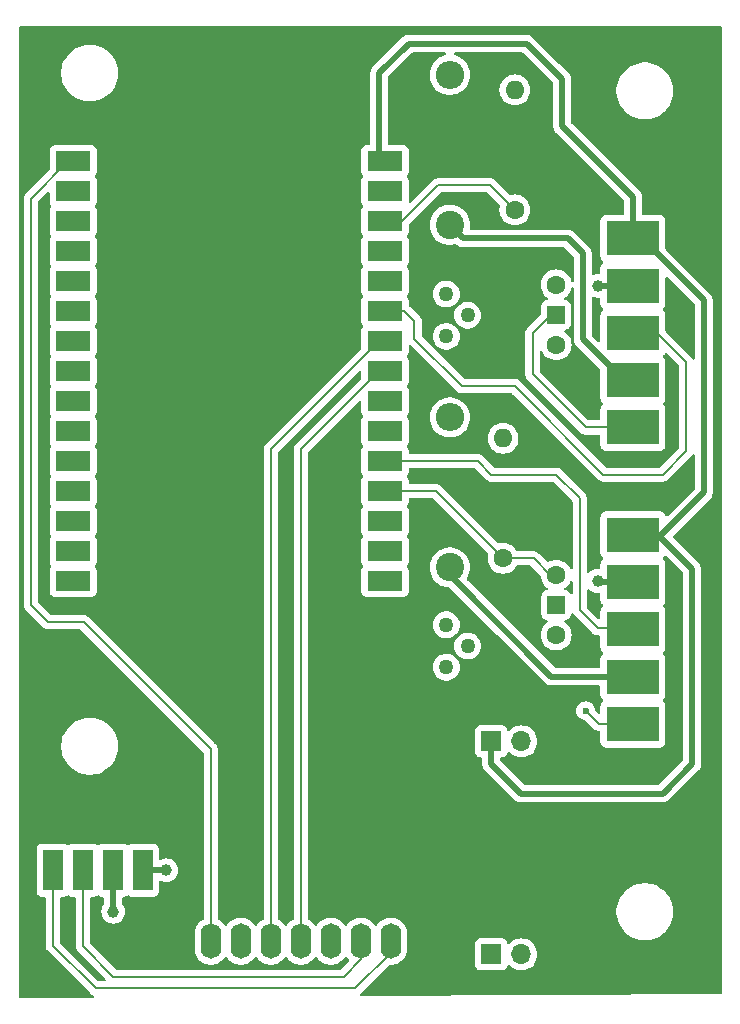
<source format=gbr>
%TF.GenerationSoftware,KiCad,Pcbnew,8.0.4*%
%TF.CreationDate,2024-12-05T15:49:58-05:00*%
%TF.ProjectId,CVTPCB,43565450-4342-42e6-9b69-6361645f7063,rev?*%
%TF.SameCoordinates,Original*%
%TF.FileFunction,Copper,L1,Top*%
%TF.FilePolarity,Positive*%
%FSLAX46Y46*%
G04 Gerber Fmt 4.6, Leading zero omitted, Abs format (unit mm)*
G04 Created by KiCad (PCBNEW 8.0.4) date 2024-12-05 15:49:58*
%MOMM*%
%LPD*%
G01*
G04 APERTURE LIST*
%TA.AperFunction,ComponentPad*%
%ADD10C,2.400000*%
%TD*%
%TA.AperFunction,ComponentPad*%
%ADD11O,2.400000X2.400000*%
%TD*%
%TA.AperFunction,ComponentPad*%
%ADD12C,1.600000*%
%TD*%
%TA.AperFunction,ComponentPad*%
%ADD13O,1.600000X1.600000*%
%TD*%
%TA.AperFunction,ComponentPad*%
%ADD14R,1.700000X1.700000*%
%TD*%
%TA.AperFunction,ComponentPad*%
%ADD15O,1.700000X1.700000*%
%TD*%
%TA.AperFunction,ComponentPad*%
%ADD16O,1.750000X3.000000*%
%TD*%
%TA.AperFunction,SMDPad,CuDef*%
%ADD17R,1.750000X3.500000*%
%TD*%
%TA.AperFunction,ComponentPad*%
%ADD18R,3.000000X1.700000*%
%TD*%
%TA.AperFunction,ComponentPad*%
%ADD19R,1.500000X1.500000*%
%TD*%
%TA.AperFunction,SMDPad,CuDef*%
%ADD20R,4.500000X3.000000*%
%TD*%
%TA.AperFunction,ComponentPad*%
%ADD21C,1.260000*%
%TD*%
%TA.AperFunction,ViaPad*%
%ADD22C,1.000000*%
%TD*%
%TA.AperFunction,ViaPad*%
%ADD23C,0.600000*%
%TD*%
%TA.AperFunction,Conductor*%
%ADD24C,0.500000*%
%TD*%
%TA.AperFunction,Conductor*%
%ADD25C,0.200000*%
%TD*%
G04 APERTURE END LIST*
D10*
%TO.P,R4,1*%
%TO.N,Net-(J3-Pin_4)*%
X146500000Y-69850000D03*
D11*
%TO.P,R4,2*%
%TO.N,GND*%
X146500000Y-57150000D03*
%TD*%
D12*
%TO.P,R3,1*%
%TO.N,Net-(SW1-A)*%
X152000000Y-68580000D03*
D13*
%TO.P,R3,2*%
%TO.N,GND*%
X152000000Y-58420000D03*
%TD*%
D14*
%TO.P,J4,1,Pin_1*%
%TO.N,+5V*%
X150000000Y-113578500D03*
D15*
%TO.P,J4,2,Pin_2*%
%TO.N,GND*%
X152540000Y-113578500D03*
D14*
%TO.P,J4,3,Pin_3*%
%TO.N,Net-(J4-Pin_3)*%
X150000000Y-131612500D03*
D15*
%TO.P,J4,4,Pin_4*%
%TO.N,GND*%
X152540000Y-131612500D03*
%TD*%
D16*
%TO.P,U4,1,Vcc*%
%TO.N,+3.3V*%
X126260000Y-130500000D03*
%TO.P,U4,2,GND(Logic)*%
%TO.N,GND*%
X128800000Y-130500000D03*
%TO.P,U4,3,RX*%
%TO.N,Net-(U3-D26)*%
X131340000Y-130500000D03*
%TO.P,U4,4,TX*%
%TO.N,Net-(U3-D25)*%
X133880000Y-130500000D03*
%TO.P,U4,5,SLNT*%
%TO.N,unconnected-(U4-SLNT-Pad5)*%
X136420000Y-130500000D03*
%TO.P,U4,6,CANH*%
%TO.N,Net-(J7-Pin_3)*%
X138960000Y-130500000D03*
%TO.P,U4,7,CANL*%
%TO.N,Net-(J7-Pin_4)*%
X141500000Y-130500000D03*
%TD*%
D17*
%TO.P,J7,1,Pin_1*%
%TO.N,Net-(J4-Pin_3)*%
X120500000Y-124500000D03*
%TO.P,J7,2,Pin_2*%
%TO.N,GND*%
X117960000Y-124500000D03*
%TO.P,J7,3,Pin_3*%
%TO.N,Net-(J7-Pin_3)*%
X115420000Y-124500000D03*
%TO.P,J7,4,Pin_4*%
%TO.N,Net-(J7-Pin_4)*%
X112880000Y-124500000D03*
%TD*%
D18*
%TO.P,U3,1,3V3*%
%TO.N,+3.3V*%
X114600000Y-64440000D03*
%TO.P,U3,2,GND*%
%TO.N,GND*%
X114600000Y-66980000D03*
%TO.P,U3,3,D15*%
%TO.N,unconnected-(U3-D15-Pad3)*%
X114600000Y-69520000D03*
%TO.P,U3,4,D2*%
%TO.N,unconnected-(U3-D2-Pad4)*%
X114600000Y-72060000D03*
%TO.P,U3,5,D4*%
%TO.N,Net-(SW1-C)*%
X114600000Y-74600000D03*
%TO.P,U3,6,RX2*%
%TO.N,unconnected-(U3-RX2-Pad6)*%
X114600000Y-77140000D03*
%TO.P,U3,7,TX2*%
%TO.N,unconnected-(U3-TX2-Pad7)*%
X114600000Y-79680000D03*
%TO.P,U3,8,D5*%
%TO.N,unconnected-(U3-D5-Pad8)*%
X114600000Y-82220000D03*
%TO.P,U3,9,D18*%
%TO.N,unconnected-(U3-D18-Pad9)*%
X114600000Y-84760000D03*
%TO.P,U3,10,D19*%
%TO.N,unconnected-(U3-D19-Pad10)*%
X114600000Y-87300000D03*
%TO.P,U3,11,D21*%
%TO.N,unconnected-(U3-D21-Pad11)*%
X114600000Y-89840000D03*
%TO.P,U3,12,RX0*%
%TO.N,unconnected-(U3-RX0-Pad12)*%
X114600000Y-92380000D03*
%TO.P,U3,13,TX0*%
%TO.N,unconnected-(U3-TX0-Pad13)*%
X114600000Y-94920000D03*
%TO.P,U3,14,D22*%
%TO.N,unconnected-(U3-D22-Pad14)*%
X114600000Y-97460000D03*
%TO.P,U3,15,D23*%
%TO.N,unconnected-(U3-D23-Pad15)*%
X114600000Y-100000000D03*
%TO.P,U3,16,EN*%
%TO.N,unconnected-(U3-EN-Pad16)*%
X141000000Y-100000000D03*
%TO.P,U3,17,UP*%
%TO.N,unconnected-(U3-UP-Pad17)*%
X141000000Y-97460000D03*
%TO.P,U3,18,UN*%
%TO.N,unconnected-(U3-UN-Pad18)*%
X141000000Y-94920000D03*
%TO.P,U3,19,D34*%
%TO.N,Net-(SW2-A)*%
X141000000Y-92380000D03*
%TO.P,U3,20,D35*%
%TO.N,Net-(J1-Pin_3)*%
X141000000Y-89840000D03*
%TO.P,U3,21,D32*%
%TO.N,unconnected-(U3-D32-Pad21)*%
X141000000Y-87300000D03*
%TO.P,U3,22,D33*%
%TO.N,Net-(SW2-C)*%
X141000000Y-84760000D03*
%TO.P,U3,23,D25*%
%TO.N,Net-(U3-D25)*%
X141000000Y-82220000D03*
%TO.P,U3,24,D26*%
%TO.N,Net-(U3-D26)*%
X141000000Y-79680000D03*
%TO.P,U3,25,D27*%
%TO.N,Net-(J3-Pin_3)*%
X141000000Y-77140000D03*
%TO.P,U3,26,D14*%
%TO.N,unconnected-(U3-D14-Pad26)*%
X141000000Y-74600000D03*
%TO.P,U3,27,D12*%
%TO.N,unconnected-(U3-D12-Pad27)*%
X141000000Y-72060000D03*
%TO.P,U3,28,D13*%
%TO.N,Net-(SW1-A)*%
X141000000Y-69520000D03*
%TO.P,U3,29,GND*%
%TO.N,GND*%
X141000000Y-66980000D03*
%TO.P,U3,30,VIN*%
%TO.N,+5V*%
X141000000Y-64440000D03*
%TD*%
D19*
%TO.P,SW1,1,B*%
%TO.N,Net-(J3-Pin_5)*%
X155500000Y-77460000D03*
D12*
%TO.P,SW1,2,A*%
%TO.N,Net-(SW1-A)*%
X155500000Y-74920000D03*
%TO.P,SW1,3,C*%
%TO.N,Net-(SW1-C)*%
X155500000Y-80000000D03*
%TD*%
D20*
%TO.P,J3,1,Pin_1*%
%TO.N,+5V*%
X162000000Y-71000000D03*
%TO.P,J3,2,Pin_2*%
%TO.N,GND*%
X162000000Y-75000000D03*
%TO.P,J3,3,Pin_3*%
%TO.N,Net-(J3-Pin_3)*%
X162000000Y-79000000D03*
%TO.P,J3,4,Pin_4*%
%TO.N,Net-(J3-Pin_4)*%
X162000000Y-83000000D03*
%TO.P,J3,5,Pin_5*%
%TO.N,Net-(J3-Pin_5)*%
X162000000Y-87000000D03*
%TD*%
D21*
%TO.P,PrimPot1,1,1*%
%TO.N,Net-(SW2-C)*%
X146200000Y-107300000D03*
%TO.P,PrimPot1,2,2*%
%TO.N,GND*%
X147996051Y-105503949D03*
%TO.P,PrimPot1,3,3*%
%TO.N,unconnected-(PrimPot1-Pad3)*%
X146200000Y-103707898D03*
%TD*%
%TO.P,SecPot1,1,1*%
%TO.N,Net-(SW1-C)*%
X146200000Y-79300000D03*
%TO.P,SecPot1,2,2*%
%TO.N,GND*%
X147996051Y-77503949D03*
%TO.P,SecPot1,3,3*%
%TO.N,unconnected-(SecPot1-Pad3)*%
X146200000Y-75707898D03*
%TD*%
D12*
%TO.P,R1,1*%
%TO.N,Net-(SW2-A)*%
X151000000Y-98080000D03*
D13*
%TO.P,R1,2*%
%TO.N,GND*%
X151000000Y-87920000D03*
%TD*%
D10*
%TO.P,R2,1*%
%TO.N,Net-(J1-Pin_4)*%
X146500000Y-98850000D03*
D11*
%TO.P,R2,2*%
%TO.N,GND*%
X146500000Y-86150000D03*
%TD*%
D20*
%TO.P,J1,1,Pin_1*%
%TO.N,+5V*%
X162000000Y-96100000D03*
%TO.P,J1,2,Pin_2*%
%TO.N,GND*%
X162000000Y-100100000D03*
%TO.P,J1,3,Pin_3*%
%TO.N,Net-(J1-Pin_3)*%
X162000000Y-104100000D03*
%TO.P,J1,4,Pin_4*%
%TO.N,Net-(J1-Pin_4)*%
X162000000Y-108100000D03*
%TO.P,J1,5,Pin_5*%
%TO.N,Net-(J1-Pin_5)*%
X162000000Y-112100000D03*
%TD*%
D19*
%TO.P,SW2,1,B*%
%TO.N,Net-(J1-Pin_5)*%
X155500000Y-102040000D03*
D12*
%TO.P,SW2,2,A*%
%TO.N,Net-(SW2-A)*%
X155500000Y-99500000D03*
%TO.P,SW2,3,C*%
%TO.N,Net-(SW2-C)*%
X155500000Y-104580000D03*
%TD*%
D22*
%TO.N,GND*%
X118000000Y-128000000D03*
X159000000Y-100000000D03*
X159000000Y-75000000D03*
%TO.N,Net-(J4-Pin_3)*%
X122500000Y-124500000D03*
D23*
%TO.N,Net-(J1-Pin_5)*%
X158000000Y-111000000D03*
%TD*%
D24*
%TO.N,GND*%
X162000000Y-75000000D02*
X159000000Y-75000000D01*
D25*
X117960000Y-127960000D02*
X118000000Y-128000000D01*
D24*
X162000000Y-100100000D02*
X159100000Y-100100000D01*
D25*
X159100000Y-100100000D02*
X159000000Y-100000000D01*
D24*
X117960000Y-124500000D02*
X117960000Y-127960000D01*
%TO.N,+5V*%
X162000000Y-71000000D02*
X162000000Y-67500000D01*
X143000000Y-54500000D02*
X140500000Y-57000000D01*
X152500000Y-118000000D02*
X150000000Y-115500000D01*
X156000000Y-61500000D02*
X156000000Y-57500000D01*
X162000000Y-96100000D02*
X164100000Y-96100000D01*
X168000000Y-76250000D02*
X168000000Y-92500000D01*
X167000000Y-115500000D02*
X164500000Y-118000000D01*
X162000000Y-67500000D02*
X156000000Y-61500000D01*
X150000000Y-115500000D02*
X150000000Y-113578500D01*
X140500000Y-57000000D02*
X140500000Y-64440000D01*
X168000000Y-92500000D02*
X164400000Y-96100000D01*
X164100000Y-96100000D02*
X167000000Y-99000000D01*
X153000000Y-54500000D02*
X143000000Y-54500000D01*
X167000000Y-99000000D02*
X167000000Y-115500000D01*
X162750000Y-71000000D02*
X168000000Y-76250000D01*
X162000000Y-71000000D02*
X162750000Y-71000000D01*
X156000000Y-57500000D02*
X153000000Y-54500000D01*
X164500000Y-118000000D02*
X152500000Y-118000000D01*
X164400000Y-96100000D02*
X162000000Y-96100000D01*
D25*
%TO.N,+3.3V*%
X126260000Y-114260000D02*
X115500000Y-103500000D01*
X111000000Y-67630000D02*
X114190000Y-64440000D01*
X112500000Y-103500000D02*
X111000000Y-102000000D01*
X111000000Y-102000000D02*
X111000000Y-67630000D01*
X115500000Y-103500000D02*
X112500000Y-103500000D01*
X126260000Y-130500000D02*
X126260000Y-114260000D01*
X114190000Y-64440000D02*
X115100000Y-64440000D01*
%TO.N,Net-(SW2-A)*%
X155000000Y-99500000D02*
X153580000Y-98080000D01*
X153580000Y-98080000D02*
X151000000Y-98080000D01*
X145300000Y-92380000D02*
X140500000Y-92380000D01*
X155500000Y-99500000D02*
X155000000Y-99500000D01*
X151000000Y-98080000D02*
X145300000Y-92380000D01*
%TO.N,Net-(SW1-A)*%
X152000000Y-68580000D02*
X149920000Y-66500000D01*
X145500000Y-66500000D02*
X142480000Y-69520000D01*
X149920000Y-66500000D02*
X145500000Y-66500000D01*
X142480000Y-69520000D02*
X140500000Y-69520000D01*
%TO.N,Net-(J3-Pin_5)*%
X153500000Y-79000000D02*
X153500000Y-82500000D01*
X158000000Y-87000000D02*
X162000000Y-87000000D01*
X155500000Y-77460000D02*
X155040000Y-77460000D01*
X153500000Y-82500000D02*
X158000000Y-87000000D01*
X155040000Y-77460000D02*
X153500000Y-79000000D01*
D24*
%TO.N,Net-(J3-Pin_4)*%
X147650000Y-71000000D02*
X156500000Y-71000000D01*
X146500000Y-69850000D02*
X147650000Y-71000000D01*
X156500000Y-71000000D02*
X157757180Y-72257180D01*
X157757180Y-72257180D02*
X157757180Y-79507180D01*
X161250000Y-83000000D02*
X162000000Y-83000000D01*
X157757180Y-79507180D02*
X161250000Y-83000000D01*
D25*
%TO.N,Net-(J3-Pin_3)*%
X162000000Y-79000000D02*
X164000000Y-79000000D01*
X147500000Y-83500000D02*
X143500000Y-79500000D01*
X143500000Y-78000000D02*
X142640000Y-77140000D01*
X159500000Y-91000000D02*
X152000000Y-83500000D01*
X166500000Y-89000000D02*
X164500000Y-91000000D01*
X164000000Y-79000000D02*
X166500000Y-81500000D01*
X143500000Y-79500000D02*
X143500000Y-78000000D01*
X142640000Y-77140000D02*
X140500000Y-77140000D01*
X164500000Y-91000000D02*
X159500000Y-91000000D01*
X152000000Y-83500000D02*
X147500000Y-83500000D01*
X166500000Y-81500000D02*
X166500000Y-89000000D01*
D24*
%TO.N,Net-(J4-Pin_3)*%
X120500000Y-124500000D02*
X122500000Y-124500000D01*
D25*
%TO.N,Net-(J7-Pin_3)*%
X138960000Y-132040000D02*
X138960000Y-130500000D01*
X115420000Y-124500000D02*
X115420000Y-130920000D01*
X137500000Y-133500000D02*
X138960000Y-132040000D01*
X118000000Y-133500000D02*
X137500000Y-133500000D01*
X115420000Y-130920000D02*
X118000000Y-133500000D01*
%TO.N,Net-(J7-Pin_4)*%
X138500000Y-134500000D02*
X141500000Y-131500000D01*
X116500000Y-134500000D02*
X138500000Y-134500000D01*
X112880000Y-124500000D02*
X112880000Y-130880000D01*
X112880000Y-130880000D02*
X116500000Y-134500000D01*
X141500000Y-131500000D02*
X141500000Y-130500000D01*
%TO.N,Net-(U3-D25)*%
X133880000Y-88840000D02*
X140500000Y-82220000D01*
X133880000Y-130500000D02*
X133880000Y-88840000D01*
%TO.N,Net-(U3-D26)*%
X131340000Y-130500000D02*
X131340000Y-88840000D01*
X131340000Y-88840000D02*
X140500000Y-79680000D01*
%TO.N,Net-(J1-Pin_3)*%
X159000000Y-104000000D02*
X157500000Y-102500000D01*
X161250000Y-104100000D02*
X161150000Y-104000000D01*
X148840000Y-89840000D02*
X140500000Y-89840000D01*
X155500000Y-91000000D02*
X150000000Y-91000000D01*
X157500000Y-102500000D02*
X157500000Y-93000000D01*
X161150000Y-104000000D02*
X159000000Y-104000000D01*
X150000000Y-91000000D02*
X148840000Y-89840000D01*
X157500000Y-93000000D02*
X155500000Y-91000000D01*
X162000000Y-104100000D02*
X161250000Y-104100000D01*
D24*
%TO.N,Net-(J1-Pin_4)*%
X155100000Y-108100000D02*
X146500000Y-99500000D01*
X155500000Y-108100000D02*
X155100000Y-108100000D01*
D25*
X146500000Y-98850000D02*
X146500000Y-99500000D01*
D24*
X155500000Y-108100000D02*
X162000000Y-108100000D01*
D25*
X155500000Y-108100000D02*
X154900000Y-108100000D01*
%TO.N,Net-(J1-Pin_5)*%
X159100000Y-112100000D02*
X158000000Y-111000000D01*
X162000000Y-112100000D02*
X159100000Y-112100000D01*
%TD*%
%TA.AperFunction,NonConductor*%
G36*
X158667671Y-75944708D02*
G01*
X158803868Y-75986024D01*
X159000000Y-76005341D01*
X159113347Y-75994177D01*
X159181992Y-76007196D01*
X159232702Y-76055260D01*
X159249500Y-76117580D01*
X159249500Y-76547870D01*
X159249501Y-76547876D01*
X159255908Y-76607483D01*
X159306202Y-76742328D01*
X159306206Y-76742335D01*
X159392452Y-76857544D01*
X159392453Y-76857544D01*
X159392454Y-76857546D01*
X159421615Y-76879376D01*
X159450145Y-76900734D01*
X159492015Y-76956668D01*
X159496999Y-77026360D01*
X159463513Y-77087683D01*
X159450145Y-77099266D01*
X159392452Y-77142455D01*
X159306206Y-77257664D01*
X159306202Y-77257671D01*
X159255908Y-77392517D01*
X159249501Y-77452116D01*
X159249501Y-77452123D01*
X159249500Y-77452135D01*
X159249500Y-79638770D01*
X159229815Y-79705809D01*
X159177011Y-79751564D01*
X159107853Y-79761508D01*
X159044297Y-79732483D01*
X159037819Y-79726451D01*
X158543999Y-79232631D01*
X158510514Y-79171308D01*
X158507680Y-79144950D01*
X158507680Y-76063370D01*
X158527365Y-75996331D01*
X158580169Y-75950576D01*
X158649327Y-75940632D01*
X158667671Y-75944708D01*
G37*
%TD.AperFunction*%
%TA.AperFunction,NonConductor*%
G36*
X164955702Y-74267515D02*
G01*
X164962180Y-74273547D01*
X167213181Y-76524548D01*
X167246666Y-76585871D01*
X167249500Y-76612229D01*
X167249500Y-81134397D01*
X167229815Y-81201436D01*
X167177011Y-81247191D01*
X167107853Y-81257135D01*
X167044297Y-81228110D01*
X167018113Y-81196397D01*
X166980522Y-81131287D01*
X166980521Y-81131286D01*
X166980520Y-81131284D01*
X166868716Y-81019480D01*
X166868715Y-81019479D01*
X166864385Y-81015149D01*
X166864374Y-81015139D01*
X164786818Y-78937583D01*
X164753333Y-78876260D01*
X164750499Y-78849902D01*
X164750499Y-77452129D01*
X164750498Y-77452123D01*
X164750497Y-77452116D01*
X164744091Y-77392517D01*
X164693796Y-77257669D01*
X164693795Y-77257668D01*
X164693793Y-77257664D01*
X164607547Y-77142456D01*
X164607548Y-77142456D01*
X164607546Y-77142454D01*
X164549854Y-77099265D01*
X164507984Y-77043333D01*
X164503000Y-76973641D01*
X164536485Y-76912318D01*
X164549854Y-76900734D01*
X164607546Y-76857546D01*
X164693796Y-76742331D01*
X164744091Y-76607483D01*
X164750500Y-76547873D01*
X164750499Y-74361227D01*
X164770184Y-74294189D01*
X164822987Y-74248434D01*
X164892146Y-74238490D01*
X164955702Y-74267515D01*
G37*
%TD.AperFunction*%
%TA.AperFunction,NonConductor*%
G36*
X156931492Y-75149627D02*
G01*
X156985370Y-75194112D01*
X157006645Y-75260664D01*
X157006680Y-75263615D01*
X157006680Y-79581098D01*
X157006680Y-79581100D01*
X157006679Y-79581100D01*
X157035520Y-79726087D01*
X157035523Y-79726097D01*
X157092094Y-79862671D01*
X157092096Y-79862675D01*
X157107758Y-79886115D01*
X157115485Y-79897680D01*
X157174229Y-79985598D01*
X157174232Y-79985601D01*
X159213181Y-82024548D01*
X159246666Y-82085871D01*
X159249500Y-82112229D01*
X159249500Y-84547870D01*
X159249501Y-84547876D01*
X159255908Y-84607483D01*
X159306202Y-84742328D01*
X159306206Y-84742335D01*
X159392452Y-84857544D01*
X159392453Y-84857544D01*
X159392454Y-84857546D01*
X159407883Y-84869096D01*
X159450145Y-84900734D01*
X159492015Y-84956668D01*
X159496999Y-85026360D01*
X159463513Y-85087683D01*
X159450145Y-85099266D01*
X159392452Y-85142455D01*
X159306206Y-85257664D01*
X159306202Y-85257671D01*
X159255908Y-85392517D01*
X159254017Y-85410112D01*
X159249501Y-85452123D01*
X159249500Y-85452135D01*
X159249500Y-86275500D01*
X159229815Y-86342539D01*
X159177011Y-86388294D01*
X159125500Y-86399500D01*
X158300097Y-86399500D01*
X158233058Y-86379815D01*
X158212416Y-86363181D01*
X154136819Y-82287584D01*
X154103334Y-82226261D01*
X154100500Y-82199903D01*
X154100500Y-80635335D01*
X154120185Y-80568296D01*
X154172989Y-80522541D01*
X154242147Y-80512597D01*
X154305703Y-80541622D01*
X154336882Y-80582930D01*
X154369431Y-80652732D01*
X154369432Y-80652734D01*
X154499954Y-80839141D01*
X154660858Y-81000045D01*
X154660861Y-81000047D01*
X154847266Y-81130568D01*
X155053504Y-81226739D01*
X155053509Y-81226740D01*
X155053511Y-81226741D01*
X155106415Y-81240916D01*
X155273308Y-81285635D01*
X155435230Y-81299801D01*
X155499998Y-81305468D01*
X155500000Y-81305468D01*
X155500002Y-81305468D01*
X155556673Y-81300509D01*
X155726692Y-81285635D01*
X155946496Y-81226739D01*
X156152734Y-81130568D01*
X156339139Y-81000047D01*
X156500047Y-80839139D01*
X156630568Y-80652734D01*
X156726739Y-80446496D01*
X156785635Y-80226692D01*
X156805468Y-80000000D01*
X156785635Y-79773308D01*
X156726739Y-79553504D01*
X156630568Y-79347266D01*
X156500047Y-79160861D01*
X156500045Y-79160858D01*
X156339141Y-78999954D01*
X156245978Y-78934721D01*
X156202353Y-78880144D01*
X156195159Y-78810646D01*
X156226682Y-78748291D01*
X156286911Y-78712877D01*
X156303842Y-78709857D01*
X156357483Y-78704091D01*
X156492331Y-78653796D01*
X156607546Y-78567546D01*
X156693796Y-78452331D01*
X156744091Y-78317483D01*
X156750500Y-78257873D01*
X156750499Y-76662128D01*
X156744091Y-76602517D01*
X156743115Y-76599901D01*
X156693797Y-76467671D01*
X156693793Y-76467664D01*
X156607547Y-76352455D01*
X156607544Y-76352452D01*
X156492335Y-76266206D01*
X156492328Y-76266202D01*
X156357482Y-76215908D01*
X156357483Y-76215908D01*
X156303846Y-76210142D01*
X156239295Y-76183404D01*
X156199446Y-76126012D01*
X156196953Y-76056187D01*
X156232605Y-75996098D01*
X156245972Y-75985282D01*
X156339139Y-75920047D01*
X156500047Y-75759139D01*
X156630568Y-75572734D01*
X156726739Y-75366496D01*
X156762905Y-75231522D01*
X156799270Y-75171861D01*
X156862117Y-75141332D01*
X156931492Y-75149627D01*
G37*
%TD.AperFunction*%
%TA.AperFunction,NonConductor*%
G36*
X146133187Y-55270185D02*
G01*
X146178942Y-55322989D01*
X146188886Y-55392147D01*
X146159861Y-55455703D01*
X146102698Y-55492991D01*
X145876992Y-55562612D01*
X145647373Y-55673190D01*
X145647372Y-55673191D01*
X145436782Y-55816768D01*
X145249952Y-55990121D01*
X145249950Y-55990123D01*
X145091041Y-56189388D01*
X144963608Y-56410109D01*
X144870492Y-56647362D01*
X144870490Y-56647369D01*
X144813777Y-56895845D01*
X144794732Y-57149995D01*
X144794732Y-57150004D01*
X144813777Y-57404154D01*
X144854109Y-57580861D01*
X144870492Y-57652637D01*
X144963607Y-57889888D01*
X145091041Y-58110612D01*
X145249950Y-58309877D01*
X145436783Y-58483232D01*
X145647366Y-58626805D01*
X145647371Y-58626807D01*
X145647372Y-58626808D01*
X145647373Y-58626809D01*
X145769328Y-58685538D01*
X145876992Y-58737387D01*
X145876993Y-58737387D01*
X145876996Y-58737389D01*
X146120542Y-58812513D01*
X146372565Y-58850500D01*
X146627435Y-58850500D01*
X146879458Y-58812513D01*
X147123004Y-58737389D01*
X147336005Y-58634813D01*
X147352626Y-58626809D01*
X147352626Y-58626808D01*
X147352634Y-58626805D01*
X147563217Y-58483232D01*
X147631367Y-58419998D01*
X150694532Y-58419998D01*
X150694532Y-58420001D01*
X150714364Y-58646686D01*
X150714366Y-58646697D01*
X150773258Y-58866488D01*
X150773261Y-58866497D01*
X150869431Y-59072732D01*
X150869432Y-59072734D01*
X150999954Y-59259141D01*
X151160858Y-59420045D01*
X151160861Y-59420047D01*
X151347266Y-59550568D01*
X151553504Y-59646739D01*
X151773308Y-59705635D01*
X151935230Y-59719801D01*
X151999998Y-59725468D01*
X152000000Y-59725468D01*
X152000002Y-59725468D01*
X152056673Y-59720509D01*
X152226692Y-59705635D01*
X152446496Y-59646739D01*
X152652734Y-59550568D01*
X152839139Y-59420047D01*
X153000047Y-59259139D01*
X153130568Y-59072734D01*
X153226739Y-58866496D01*
X153285635Y-58646692D01*
X153305468Y-58420000D01*
X153285635Y-58193308D01*
X153226739Y-57973504D01*
X153130568Y-57767266D01*
X153000047Y-57580861D01*
X153000045Y-57580858D01*
X152839141Y-57419954D01*
X152652734Y-57289432D01*
X152652732Y-57289431D01*
X152446497Y-57193261D01*
X152446488Y-57193258D01*
X152226697Y-57134366D01*
X152226693Y-57134365D01*
X152226692Y-57134365D01*
X152226691Y-57134364D01*
X152226686Y-57134364D01*
X152000002Y-57114532D01*
X151999998Y-57114532D01*
X151773313Y-57134364D01*
X151773302Y-57134366D01*
X151553511Y-57193258D01*
X151553502Y-57193261D01*
X151347267Y-57289431D01*
X151347265Y-57289432D01*
X151160858Y-57419954D01*
X150999954Y-57580858D01*
X150869432Y-57767265D01*
X150869431Y-57767267D01*
X150773261Y-57973502D01*
X150773258Y-57973511D01*
X150714366Y-58193302D01*
X150714364Y-58193313D01*
X150694532Y-58419998D01*
X147631367Y-58419998D01*
X147750050Y-58309877D01*
X147908959Y-58110612D01*
X148036393Y-57889888D01*
X148129508Y-57652637D01*
X148186222Y-57404157D01*
X148202026Y-57193261D01*
X148205268Y-57150004D01*
X148205268Y-57149995D01*
X148186222Y-56895845D01*
X148179225Y-56865191D01*
X148129508Y-56647363D01*
X148036393Y-56410112D01*
X147908959Y-56189388D01*
X147750050Y-55990123D01*
X147563217Y-55816768D01*
X147352634Y-55673195D01*
X147352630Y-55673193D01*
X147352627Y-55673191D01*
X147352626Y-55673190D01*
X147123006Y-55562612D01*
X147123008Y-55562612D01*
X146897302Y-55492991D01*
X146839043Y-55454420D01*
X146810885Y-55390476D01*
X146821769Y-55321459D01*
X146868238Y-55269282D01*
X146933852Y-55250500D01*
X152637770Y-55250500D01*
X152704809Y-55270185D01*
X152725451Y-55286819D01*
X155213181Y-57774548D01*
X155246666Y-57835871D01*
X155249500Y-57862229D01*
X155249500Y-61573918D01*
X155249500Y-61573920D01*
X155249499Y-61573920D01*
X155278340Y-61718907D01*
X155278343Y-61718917D01*
X155334914Y-61855492D01*
X155367812Y-61904727D01*
X155367813Y-61904730D01*
X155417046Y-61978414D01*
X155417052Y-61978421D01*
X161213181Y-67774548D01*
X161246666Y-67835871D01*
X161249500Y-67862229D01*
X161249500Y-68875500D01*
X161229815Y-68942539D01*
X161177011Y-68988294D01*
X161125500Y-68999500D01*
X159702129Y-68999500D01*
X159702123Y-68999501D01*
X159642516Y-69005908D01*
X159507671Y-69056202D01*
X159507664Y-69056206D01*
X159392455Y-69142452D01*
X159392452Y-69142455D01*
X159306206Y-69257664D01*
X159306202Y-69257671D01*
X159255908Y-69392517D01*
X159249501Y-69452116D01*
X159249501Y-69452123D01*
X159249500Y-69452135D01*
X159249500Y-72547870D01*
X159249501Y-72547876D01*
X159255908Y-72607483D01*
X159306202Y-72742328D01*
X159306206Y-72742335D01*
X159392452Y-72857544D01*
X159392453Y-72857544D01*
X159392454Y-72857546D01*
X159421615Y-72879376D01*
X159450145Y-72900734D01*
X159492015Y-72956668D01*
X159496999Y-73026360D01*
X159463513Y-73087683D01*
X159450145Y-73099266D01*
X159392452Y-73142455D01*
X159306206Y-73257664D01*
X159306202Y-73257671D01*
X159255908Y-73392517D01*
X159249501Y-73452116D01*
X159249500Y-73452135D01*
X159249500Y-73882419D01*
X159229815Y-73949458D01*
X159177011Y-73995213D01*
X159113347Y-74005822D01*
X159000001Y-73994659D01*
X159000000Y-73994659D01*
X158803869Y-74013975D01*
X158667675Y-74055290D01*
X158597808Y-74055913D01*
X158538696Y-74018665D01*
X158509105Y-73955371D01*
X158507680Y-73936629D01*
X158507680Y-72183259D01*
X158478839Y-72038272D01*
X158478838Y-72038271D01*
X158478838Y-72038267D01*
X158422264Y-71901685D01*
X158389366Y-71852450D01*
X158389365Y-71852448D01*
X158340136Y-71778769D01*
X158340132Y-71778764D01*
X156978421Y-70417052D01*
X156978420Y-70417051D01*
X156882016Y-70352637D01*
X156882006Y-70352630D01*
X156855495Y-70334916D01*
X156855493Y-70334915D01*
X156855490Y-70334913D01*
X156718917Y-70278343D01*
X156718907Y-70278340D01*
X156573920Y-70249500D01*
X156573918Y-70249500D01*
X148308405Y-70249500D01*
X148241366Y-70229815D01*
X148195611Y-70177011D01*
X148185667Y-70107853D01*
X148185793Y-70107001D01*
X148186223Y-70104148D01*
X148205268Y-69850004D01*
X148205268Y-69849995D01*
X148186222Y-69595845D01*
X148182616Y-69580047D01*
X148129508Y-69347363D01*
X148036393Y-69110112D01*
X147908959Y-68889388D01*
X147750050Y-68690123D01*
X147563217Y-68516768D01*
X147352634Y-68373195D01*
X147352630Y-68373193D01*
X147352627Y-68373191D01*
X147352626Y-68373190D01*
X147123006Y-68262612D01*
X147123008Y-68262612D01*
X146879466Y-68187489D01*
X146879462Y-68187488D01*
X146879458Y-68187487D01*
X146758231Y-68169214D01*
X146627440Y-68149500D01*
X146627435Y-68149500D01*
X146372565Y-68149500D01*
X146372559Y-68149500D01*
X146215609Y-68173157D01*
X146120542Y-68187487D01*
X146120539Y-68187488D01*
X146120533Y-68187489D01*
X145876992Y-68262612D01*
X145647373Y-68373190D01*
X145647372Y-68373191D01*
X145436782Y-68516768D01*
X145249952Y-68690121D01*
X145249950Y-68690123D01*
X145091041Y-68889388D01*
X144963608Y-69110109D01*
X144870492Y-69347362D01*
X144870490Y-69347369D01*
X144813777Y-69595845D01*
X144794732Y-69849995D01*
X144794732Y-69850004D01*
X144813777Y-70104154D01*
X144866446Y-70334913D01*
X144870492Y-70352637D01*
X144963607Y-70589888D01*
X145091041Y-70810612D01*
X145249950Y-71009877D01*
X145436783Y-71183232D01*
X145647366Y-71326805D01*
X145647371Y-71326807D01*
X145647372Y-71326808D01*
X145647373Y-71326809D01*
X145769328Y-71385538D01*
X145876992Y-71437387D01*
X145876993Y-71437387D01*
X145876996Y-71437389D01*
X146120542Y-71512513D01*
X146372565Y-71550500D01*
X146627435Y-71550500D01*
X146879458Y-71512513D01*
X146977488Y-71482273D01*
X147047349Y-71481323D01*
X147101715Y-71513082D01*
X147139132Y-71550499D01*
X147171586Y-71582953D01*
X147171588Y-71582954D01*
X147294503Y-71665083D01*
X147294506Y-71665085D01*
X147351079Y-71688518D01*
X147351080Y-71688518D01*
X147431088Y-71721659D01*
X147547241Y-71744763D01*
X147566468Y-71748587D01*
X147576081Y-71750500D01*
X147576082Y-71750500D01*
X147576083Y-71750500D01*
X147723918Y-71750500D01*
X156137770Y-71750500D01*
X156204809Y-71770185D01*
X156225451Y-71786819D01*
X156970361Y-72531729D01*
X157003846Y-72593052D01*
X157006680Y-72619410D01*
X157006680Y-74576384D01*
X156986995Y-74643423D01*
X156934191Y-74689178D01*
X156865033Y-74699122D01*
X156801477Y-74670097D01*
X156763703Y-74611319D01*
X156762905Y-74608477D01*
X156726741Y-74473511D01*
X156726738Y-74473502D01*
X156643122Y-74294189D01*
X156630568Y-74267266D01*
X156500047Y-74080861D01*
X156500045Y-74080858D01*
X156339141Y-73919954D01*
X156152734Y-73789432D01*
X156152732Y-73789431D01*
X155946497Y-73693261D01*
X155946488Y-73693258D01*
X155726697Y-73634366D01*
X155726693Y-73634365D01*
X155726692Y-73634365D01*
X155726691Y-73634364D01*
X155726686Y-73634364D01*
X155500002Y-73614532D01*
X155499998Y-73614532D01*
X155273313Y-73634364D01*
X155273302Y-73634366D01*
X155053511Y-73693258D01*
X155053502Y-73693261D01*
X154847267Y-73789431D01*
X154847265Y-73789432D01*
X154660858Y-73919954D01*
X154499954Y-74080858D01*
X154369432Y-74267265D01*
X154369431Y-74267267D01*
X154273261Y-74473502D01*
X154273258Y-74473511D01*
X154214366Y-74693302D01*
X154214364Y-74693313D01*
X154194532Y-74919998D01*
X154194532Y-74920001D01*
X154214364Y-75146686D01*
X154214366Y-75146697D01*
X154273258Y-75366488D01*
X154273261Y-75366497D01*
X154369431Y-75572732D01*
X154369432Y-75572734D01*
X154499954Y-75759141D01*
X154660858Y-75920045D01*
X154754021Y-75985278D01*
X154797646Y-76039854D01*
X154804840Y-76109353D01*
X154773317Y-76171708D01*
X154713088Y-76207122D01*
X154696152Y-76210143D01*
X154642516Y-76215908D01*
X154507671Y-76266202D01*
X154507664Y-76266206D01*
X154392455Y-76352452D01*
X154392452Y-76352455D01*
X154306206Y-76467664D01*
X154306202Y-76467671D01*
X154255908Y-76602517D01*
X154249501Y-76662116D01*
X154249501Y-76662123D01*
X154249500Y-76662135D01*
X154249500Y-77349902D01*
X154229815Y-77416941D01*
X154213181Y-77437583D01*
X153019481Y-78631282D01*
X153019477Y-78631287D01*
X153006482Y-78653797D01*
X152997203Y-78669870D01*
X152940423Y-78768215D01*
X152899499Y-78920943D01*
X152899499Y-78920945D01*
X152899499Y-79089046D01*
X152899500Y-79089059D01*
X152899500Y-82413330D01*
X152899499Y-82413348D01*
X152899499Y-82579054D01*
X152899498Y-82579054D01*
X152899499Y-82579057D01*
X152940423Y-82731785D01*
X152968888Y-82781087D01*
X153019479Y-82868714D01*
X153019481Y-82868717D01*
X153138349Y-82987585D01*
X153138355Y-82987590D01*
X157515139Y-87364374D01*
X157515149Y-87364385D01*
X157519479Y-87368715D01*
X157519480Y-87368716D01*
X157631284Y-87480520D01*
X157718095Y-87530639D01*
X157718097Y-87530641D01*
X157756151Y-87552611D01*
X157768215Y-87559577D01*
X157920943Y-87600501D01*
X157920946Y-87600501D01*
X158086653Y-87600501D01*
X158086669Y-87600500D01*
X159125501Y-87600500D01*
X159192540Y-87620185D01*
X159238295Y-87672989D01*
X159249501Y-87724500D01*
X159249501Y-88547876D01*
X159255908Y-88607483D01*
X159306202Y-88742328D01*
X159306206Y-88742335D01*
X159392452Y-88857544D01*
X159392455Y-88857547D01*
X159507664Y-88943793D01*
X159507671Y-88943797D01*
X159642517Y-88994091D01*
X159642516Y-88994091D01*
X159649444Y-88994835D01*
X159702127Y-89000500D01*
X164297872Y-89000499D01*
X164357483Y-88994091D01*
X164492331Y-88943796D01*
X164607546Y-88857546D01*
X164693796Y-88742331D01*
X164744091Y-88607483D01*
X164750500Y-88547873D01*
X164750499Y-85452128D01*
X164744091Y-85392517D01*
X164693796Y-85257669D01*
X164693795Y-85257668D01*
X164693793Y-85257664D01*
X164607547Y-85142456D01*
X164607548Y-85142456D01*
X164607546Y-85142454D01*
X164549854Y-85099265D01*
X164507984Y-85043333D01*
X164503000Y-84973641D01*
X164536485Y-84912318D01*
X164549854Y-84900734D01*
X164607546Y-84857546D01*
X164693796Y-84742331D01*
X164744091Y-84607483D01*
X164750500Y-84547873D01*
X164750499Y-81452128D01*
X164744091Y-81392517D01*
X164717840Y-81322135D01*
X164693797Y-81257671D01*
X164693793Y-81257664D01*
X164607547Y-81142456D01*
X164607548Y-81142456D01*
X164607546Y-81142454D01*
X164549854Y-81099265D01*
X164507984Y-81043333D01*
X164503000Y-80973641D01*
X164536485Y-80912318D01*
X164549850Y-80900736D01*
X164607546Y-80857546D01*
X164693360Y-80742912D01*
X164749294Y-80701042D01*
X164818986Y-80696058D01*
X164880308Y-80729543D01*
X165863181Y-81712416D01*
X165896666Y-81773739D01*
X165899500Y-81800097D01*
X165899500Y-88699903D01*
X165879815Y-88766942D01*
X165863181Y-88787584D01*
X164287584Y-90363181D01*
X164226261Y-90396666D01*
X164199903Y-90399500D01*
X159800098Y-90399500D01*
X159733059Y-90379815D01*
X159712417Y-90363181D01*
X152487590Y-83138355D01*
X152487588Y-83138352D01*
X152368717Y-83019481D01*
X152368716Y-83019480D01*
X152281904Y-82969360D01*
X152281904Y-82969359D01*
X152281900Y-82969358D01*
X152231785Y-82940423D01*
X152079057Y-82899499D01*
X151920943Y-82899499D01*
X151913347Y-82899499D01*
X151913331Y-82899500D01*
X147800097Y-82899500D01*
X147733058Y-82879815D01*
X147712416Y-82863181D01*
X144149234Y-79299999D01*
X145064657Y-79299999D01*
X145064657Y-79300000D01*
X145083987Y-79508618D01*
X145141323Y-79710130D01*
X145141328Y-79710143D01*
X145217279Y-79862671D01*
X145234712Y-79897681D01*
X145358357Y-80061415D01*
X145360973Y-80064878D01*
X145360976Y-80064881D01*
X145515800Y-80206021D01*
X145515805Y-80206025D01*
X145693930Y-80316315D01*
X145693931Y-80316315D01*
X145693934Y-80316317D01*
X145889299Y-80392002D01*
X146095244Y-80430500D01*
X146095246Y-80430500D01*
X146304754Y-80430500D01*
X146304756Y-80430500D01*
X146510701Y-80392002D01*
X146706066Y-80316317D01*
X146850807Y-80226697D01*
X146884194Y-80206025D01*
X146884194Y-80206024D01*
X146884197Y-80206023D01*
X147039029Y-80064876D01*
X147165288Y-79897681D01*
X147258676Y-79710133D01*
X147316012Y-79508619D01*
X147335343Y-79300000D01*
X147329100Y-79232631D01*
X147316012Y-79091381D01*
X147312505Y-79079057D01*
X147258676Y-78889867D01*
X147165288Y-78702319D01*
X147039029Y-78535124D01*
X147039026Y-78535121D01*
X147039023Y-78535118D01*
X146884199Y-78393978D01*
X146884194Y-78393974D01*
X146706069Y-78283684D01*
X146706063Y-78283682D01*
X146510701Y-78207998D01*
X146304756Y-78169500D01*
X146095244Y-78169500D01*
X145889299Y-78207998D01*
X145765752Y-78255860D01*
X145693936Y-78283682D01*
X145693930Y-78283684D01*
X145515805Y-78393974D01*
X145515800Y-78393978D01*
X145360976Y-78535118D01*
X145360973Y-78535121D01*
X145234712Y-78702318D01*
X145141328Y-78889856D01*
X145141323Y-78889869D01*
X145083987Y-79091381D01*
X145064657Y-79299999D01*
X144149234Y-79299999D01*
X144136819Y-79287584D01*
X144103334Y-79226261D01*
X144100500Y-79199903D01*
X144100500Y-78089060D01*
X144100501Y-78089047D01*
X144100501Y-77920944D01*
X144098665Y-77914092D01*
X144059577Y-77768216D01*
X144027449Y-77712568D01*
X143980524Y-77631290D01*
X143980518Y-77631282D01*
X143853184Y-77503948D01*
X146860708Y-77503948D01*
X146860708Y-77503949D01*
X146880038Y-77712567D01*
X146937374Y-77914079D01*
X146937379Y-77914092D01*
X147019523Y-78079058D01*
X147030763Y-78101630D01*
X147148751Y-78257873D01*
X147157024Y-78268827D01*
X147157027Y-78268830D01*
X147311851Y-78409970D01*
X147311856Y-78409974D01*
X147489981Y-78520264D01*
X147489982Y-78520264D01*
X147489985Y-78520266D01*
X147685350Y-78595951D01*
X147891295Y-78634449D01*
X147891297Y-78634449D01*
X148100805Y-78634449D01*
X148100807Y-78634449D01*
X148306752Y-78595951D01*
X148502117Y-78520266D01*
X148680248Y-78409972D01*
X148835080Y-78268825D01*
X148961339Y-78101630D01*
X149054727Y-77914082D01*
X149112063Y-77712568D01*
X149131394Y-77503949D01*
X149112063Y-77295330D01*
X149054727Y-77093816D01*
X149051673Y-77087683D01*
X148986435Y-76956668D01*
X148961339Y-76906268D01*
X148835080Y-76739073D01*
X148835077Y-76739070D01*
X148835074Y-76739067D01*
X148680250Y-76597927D01*
X148680245Y-76597923D01*
X148502120Y-76487633D01*
X148502114Y-76487631D01*
X148306752Y-76411947D01*
X148100807Y-76373449D01*
X147891295Y-76373449D01*
X147685350Y-76411947D01*
X147561803Y-76459809D01*
X147489987Y-76487631D01*
X147489981Y-76487633D01*
X147311856Y-76597923D01*
X147311851Y-76597927D01*
X147157027Y-76739067D01*
X147157024Y-76739070D01*
X147030763Y-76906267D01*
X146937379Y-77093805D01*
X146937374Y-77093818D01*
X146880038Y-77295330D01*
X146860708Y-77503948D01*
X143853184Y-77503948D01*
X143127590Y-76778355D01*
X143127588Y-76778352D01*
X143036818Y-76687582D01*
X143003333Y-76626259D01*
X143000499Y-76599901D01*
X143000499Y-76242129D01*
X143000498Y-76242123D01*
X143000497Y-76242116D01*
X142994091Y-76182517D01*
X142970039Y-76118031D01*
X142943797Y-76047671D01*
X142943795Y-76047668D01*
X142866421Y-75944309D01*
X142842004Y-75878848D01*
X142856855Y-75810575D01*
X142866416Y-75795696D01*
X142932143Y-75707897D01*
X145064657Y-75707897D01*
X145064657Y-75707898D01*
X145083987Y-75916516D01*
X145141323Y-76118028D01*
X145141328Y-76118041D01*
X145234712Y-76305579D01*
X145357117Y-76467671D01*
X145360973Y-76472776D01*
X145360976Y-76472779D01*
X145515800Y-76613919D01*
X145515805Y-76613923D01*
X145693930Y-76724213D01*
X145693931Y-76724213D01*
X145693934Y-76724215D01*
X145889299Y-76799900D01*
X146095244Y-76838398D01*
X146095246Y-76838398D01*
X146304754Y-76838398D01*
X146304756Y-76838398D01*
X146510701Y-76799900D01*
X146706066Y-76724215D01*
X146810617Y-76659480D01*
X146884194Y-76613923D01*
X146884194Y-76613922D01*
X146884197Y-76613921D01*
X147039029Y-76472774D01*
X147165288Y-76305579D01*
X147258676Y-76118031D01*
X147316012Y-75916517D01*
X147335343Y-75707898D01*
X147333900Y-75692330D01*
X147316012Y-75499279D01*
X147278232Y-75366497D01*
X147258676Y-75297765D01*
X147241671Y-75263615D01*
X147180781Y-75141332D01*
X147165288Y-75110217D01*
X147039029Y-74943022D01*
X147039026Y-74943019D01*
X147039023Y-74943016D01*
X146884199Y-74801876D01*
X146884194Y-74801872D01*
X146706069Y-74691582D01*
X146706063Y-74691580D01*
X146699863Y-74689178D01*
X146510701Y-74615896D01*
X146304756Y-74577398D01*
X146095244Y-74577398D01*
X145889299Y-74615896D01*
X145818244Y-74643423D01*
X145693936Y-74691580D01*
X145693930Y-74691582D01*
X145515805Y-74801872D01*
X145515800Y-74801876D01*
X145360976Y-74943016D01*
X145360973Y-74943019D01*
X145234712Y-75110216D01*
X145141328Y-75297754D01*
X145141323Y-75297767D01*
X145083987Y-75499279D01*
X145064657Y-75707897D01*
X142932143Y-75707897D01*
X142943796Y-75692331D01*
X142994091Y-75557483D01*
X143000500Y-75497873D01*
X143000499Y-73702128D01*
X142994091Y-73642517D01*
X142983653Y-73614532D01*
X142943797Y-73507671D01*
X142943795Y-73507668D01*
X142902217Y-73452127D01*
X142866421Y-73404309D01*
X142842004Y-73338848D01*
X142856855Y-73270575D01*
X142866416Y-73255696D01*
X142943796Y-73152331D01*
X142994091Y-73017483D01*
X143000500Y-72957873D01*
X143000499Y-71162128D01*
X142994091Y-71102517D01*
X142943796Y-70967669D01*
X142866421Y-70864309D01*
X142842004Y-70798848D01*
X142856855Y-70730575D01*
X142866416Y-70715696D01*
X142943796Y-70612331D01*
X142994091Y-70477483D01*
X143000500Y-70417873D01*
X143000499Y-69900095D01*
X143020183Y-69833057D01*
X143036813Y-69812420D01*
X145712416Y-67136819D01*
X145773739Y-67103334D01*
X145800097Y-67100500D01*
X149619903Y-67100500D01*
X149686942Y-67120185D01*
X149707584Y-67136819D01*
X150708058Y-68137293D01*
X150741543Y-68198616D01*
X150740152Y-68257067D01*
X150714366Y-68353302D01*
X150714364Y-68353313D01*
X150694532Y-68579998D01*
X150694532Y-68580001D01*
X150714364Y-68806686D01*
X150714366Y-68806697D01*
X150773258Y-69026488D01*
X150773261Y-69026497D01*
X150869431Y-69232732D01*
X150869432Y-69232734D01*
X150999954Y-69419141D01*
X151160858Y-69580045D01*
X151160861Y-69580047D01*
X151347266Y-69710568D01*
X151553504Y-69806739D01*
X151773308Y-69865635D01*
X151935230Y-69879801D01*
X151999998Y-69885468D01*
X152000000Y-69885468D01*
X152000002Y-69885468D01*
X152056673Y-69880509D01*
X152226692Y-69865635D01*
X152446496Y-69806739D01*
X152652734Y-69710568D01*
X152839139Y-69580047D01*
X153000047Y-69419139D01*
X153130568Y-69232734D01*
X153226739Y-69026496D01*
X153285635Y-68806692D01*
X153305468Y-68580000D01*
X153303938Y-68562517D01*
X153292141Y-68427669D01*
X153285635Y-68353308D01*
X153226739Y-68133504D01*
X153130568Y-67927266D01*
X153000047Y-67740861D01*
X153000045Y-67740858D01*
X152839141Y-67579954D01*
X152652734Y-67449432D01*
X152652732Y-67449431D01*
X152446497Y-67353261D01*
X152446488Y-67353258D01*
X152226697Y-67294366D01*
X152226693Y-67294365D01*
X152226692Y-67294365D01*
X152226691Y-67294364D01*
X152226686Y-67294364D01*
X152000002Y-67274532D01*
X151999998Y-67274532D01*
X151773313Y-67294364D01*
X151773302Y-67294366D01*
X151677067Y-67320152D01*
X151607217Y-67318489D01*
X151557293Y-67288058D01*
X150407590Y-66138355D01*
X150407588Y-66138352D01*
X150288717Y-66019481D01*
X150288716Y-66019480D01*
X150201904Y-65969360D01*
X150201904Y-65969359D01*
X150201900Y-65969358D01*
X150151785Y-65940423D01*
X149999057Y-65899499D01*
X149840943Y-65899499D01*
X149833347Y-65899499D01*
X149833331Y-65899500D01*
X145586669Y-65899500D01*
X145586653Y-65899499D01*
X145579057Y-65899499D01*
X145420943Y-65899499D01*
X145313587Y-65928265D01*
X145268210Y-65940424D01*
X145268209Y-65940425D01*
X145218096Y-65969359D01*
X145218095Y-65969360D01*
X145174689Y-65994420D01*
X145131285Y-66019479D01*
X145131282Y-66019481D01*
X145019478Y-66131286D01*
X143212180Y-67938583D01*
X143150857Y-67972068D01*
X143081165Y-67967084D01*
X143025232Y-67925212D01*
X143000815Y-67859748D01*
X143000499Y-67850929D01*
X143000499Y-66082128D01*
X142994091Y-66022517D01*
X142992958Y-66019480D01*
X142943797Y-65887671D01*
X142943795Y-65887668D01*
X142866421Y-65784309D01*
X142842004Y-65718848D01*
X142856855Y-65650575D01*
X142866416Y-65635696D01*
X142943796Y-65532331D01*
X142994091Y-65397483D01*
X143000500Y-65337873D01*
X143000499Y-63542128D01*
X142994091Y-63482517D01*
X142943796Y-63347669D01*
X142943795Y-63347668D01*
X142943793Y-63347664D01*
X142857547Y-63232455D01*
X142857544Y-63232452D01*
X142742335Y-63146206D01*
X142742328Y-63146202D01*
X142607482Y-63095908D01*
X142607483Y-63095908D01*
X142547883Y-63089501D01*
X142547881Y-63089500D01*
X142547873Y-63089500D01*
X142547865Y-63089500D01*
X141374500Y-63089500D01*
X141307461Y-63069815D01*
X141261706Y-63017011D01*
X141250500Y-62965500D01*
X141250500Y-57362230D01*
X141270185Y-57295191D01*
X141286819Y-57274549D01*
X143274549Y-55286819D01*
X143335872Y-55253334D01*
X143362230Y-55250500D01*
X146066148Y-55250500D01*
X146133187Y-55270185D01*
G37*
%TD.AperFunction*%
%TA.AperFunction,NonConductor*%
G36*
X148606942Y-90460185D02*
G01*
X148627583Y-90476818D01*
X149631284Y-91480520D01*
X149631286Y-91480521D01*
X149631290Y-91480524D01*
X149768209Y-91559573D01*
X149768216Y-91559577D01*
X149920943Y-91600501D01*
X149920945Y-91600501D01*
X150086654Y-91600501D01*
X150086670Y-91600500D01*
X155199903Y-91600500D01*
X155266942Y-91620185D01*
X155287584Y-91636819D01*
X156863181Y-93212416D01*
X156896666Y-93273739D01*
X156899500Y-93300097D01*
X156899500Y-98864664D01*
X156879815Y-98931703D01*
X156827011Y-98977458D01*
X156757853Y-98987402D01*
X156694297Y-98958377D01*
X156663118Y-98917069D01*
X156638681Y-98864664D01*
X156630568Y-98847266D01*
X156500047Y-98660861D01*
X156500045Y-98660858D01*
X156339141Y-98499954D01*
X156152734Y-98369432D01*
X156152732Y-98369431D01*
X155946497Y-98273261D01*
X155946488Y-98273258D01*
X155726697Y-98214366D01*
X155726693Y-98214365D01*
X155726692Y-98214365D01*
X155726691Y-98214364D01*
X155726686Y-98214364D01*
X155500002Y-98194532D01*
X155499998Y-98194532D01*
X155273313Y-98214364D01*
X155273302Y-98214366D01*
X155053511Y-98273258D01*
X155053502Y-98273261D01*
X154894595Y-98347362D01*
X154847266Y-98369432D01*
X154847264Y-98369432D01*
X154842360Y-98371720D01*
X154841779Y-98370474D01*
X154780220Y-98385400D01*
X154714196Y-98362538D01*
X154698457Y-98349222D01*
X154067590Y-97718355D01*
X154067588Y-97718352D01*
X153948717Y-97599481D01*
X153948716Y-97599480D01*
X153861904Y-97549360D01*
X153861904Y-97549359D01*
X153861900Y-97549358D01*
X153811785Y-97520423D01*
X153659057Y-97479499D01*
X153500943Y-97479499D01*
X153493347Y-97479499D01*
X153493331Y-97479500D01*
X152231692Y-97479500D01*
X152164653Y-97459815D01*
X152130119Y-97426625D01*
X152000047Y-97240861D01*
X152000045Y-97240858D01*
X151839141Y-97079954D01*
X151652734Y-96949432D01*
X151652732Y-96949431D01*
X151446497Y-96853261D01*
X151446488Y-96853258D01*
X151226697Y-96794366D01*
X151226693Y-96794365D01*
X151226692Y-96794365D01*
X151226691Y-96794364D01*
X151226686Y-96794364D01*
X151000002Y-96774532D01*
X150999998Y-96774532D01*
X150773313Y-96794364D01*
X150773302Y-96794366D01*
X150677067Y-96820152D01*
X150607217Y-96818489D01*
X150557293Y-96788058D01*
X145787590Y-92018355D01*
X145787588Y-92018352D01*
X145668717Y-91899481D01*
X145668709Y-91899475D01*
X145556888Y-91834916D01*
X145556888Y-91834915D01*
X145556885Y-91834915D01*
X145531785Y-91820423D01*
X145379057Y-91779499D01*
X145220943Y-91779499D01*
X145213347Y-91779499D01*
X145213331Y-91779500D01*
X143124499Y-91779500D01*
X143057460Y-91759815D01*
X143011705Y-91707011D01*
X143000499Y-91655500D01*
X143000499Y-91482129D01*
X143000498Y-91482123D01*
X143000497Y-91482116D01*
X142994091Y-91422517D01*
X142974023Y-91368713D01*
X142943797Y-91287671D01*
X142943795Y-91287668D01*
X142866421Y-91184309D01*
X142842004Y-91118848D01*
X142856855Y-91050575D01*
X142866416Y-91035696D01*
X142943796Y-90932331D01*
X142994091Y-90797483D01*
X143000500Y-90737873D01*
X143000500Y-90564500D01*
X143020185Y-90497461D01*
X143072989Y-90451706D01*
X143124500Y-90440500D01*
X148539903Y-90440500D01*
X148606942Y-90460185D01*
G37*
%TD.AperFunction*%
%TA.AperFunction,NonConductor*%
G36*
X143205702Y-80055383D02*
G01*
X143212180Y-80061415D01*
X147015139Y-83864374D01*
X147015149Y-83864385D01*
X147019479Y-83868715D01*
X147019480Y-83868716D01*
X147131284Y-83980520D01*
X147218095Y-84030639D01*
X147218097Y-84030641D01*
X147268213Y-84059576D01*
X147268215Y-84059577D01*
X147420942Y-84100500D01*
X147420943Y-84100500D01*
X151699903Y-84100500D01*
X151766942Y-84120185D01*
X151787583Y-84136818D01*
X159131284Y-91480520D01*
X159131286Y-91480521D01*
X159131290Y-91480524D01*
X159268209Y-91559573D01*
X159268216Y-91559577D01*
X159420943Y-91600501D01*
X159420945Y-91600501D01*
X159586654Y-91600501D01*
X159586670Y-91600500D01*
X164413331Y-91600500D01*
X164413347Y-91600501D01*
X164420943Y-91600501D01*
X164579054Y-91600501D01*
X164579057Y-91600501D01*
X164731785Y-91559577D01*
X164781904Y-91530639D01*
X164868716Y-91480520D01*
X164980520Y-91368716D01*
X164980520Y-91368714D01*
X164990728Y-91358507D01*
X164990730Y-91358504D01*
X166858506Y-89490728D01*
X166858511Y-89490724D01*
X166868714Y-89480520D01*
X166868716Y-89480520D01*
X166980520Y-89368716D01*
X167018113Y-89303602D01*
X167068680Y-89255387D01*
X167137287Y-89242164D01*
X167202152Y-89268132D01*
X167242680Y-89325047D01*
X167249500Y-89365603D01*
X167249500Y-92137769D01*
X167229815Y-92204808D01*
X167213181Y-92225450D01*
X164935407Y-94503224D01*
X164874084Y-94536709D01*
X164804392Y-94531725D01*
X164748459Y-94489853D01*
X164731544Y-94458876D01*
X164693797Y-94357671D01*
X164693793Y-94357664D01*
X164607547Y-94242455D01*
X164607544Y-94242452D01*
X164492335Y-94156206D01*
X164492328Y-94156202D01*
X164357482Y-94105908D01*
X164357483Y-94105908D01*
X164297883Y-94099501D01*
X164297881Y-94099500D01*
X164297873Y-94099500D01*
X164297864Y-94099500D01*
X159702129Y-94099500D01*
X159702123Y-94099501D01*
X159642516Y-94105908D01*
X159507671Y-94156202D01*
X159507664Y-94156206D01*
X159392455Y-94242452D01*
X159392452Y-94242455D01*
X159306206Y-94357664D01*
X159306202Y-94357671D01*
X159255908Y-94492517D01*
X159249501Y-94552116D01*
X159249500Y-94552135D01*
X159249500Y-97647870D01*
X159249501Y-97647876D01*
X159255908Y-97707483D01*
X159306202Y-97842328D01*
X159306206Y-97842335D01*
X159392452Y-97957544D01*
X159392453Y-97957544D01*
X159392454Y-97957546D01*
X159421615Y-97979376D01*
X159450145Y-98000734D01*
X159492015Y-98056668D01*
X159496999Y-98126360D01*
X159463513Y-98187683D01*
X159450145Y-98199266D01*
X159392452Y-98242455D01*
X159306206Y-98357664D01*
X159306202Y-98357671D01*
X159255908Y-98492517D01*
X159249501Y-98552116D01*
X159249501Y-98552123D01*
X159249500Y-98552135D01*
X159249500Y-98882419D01*
X159229815Y-98949458D01*
X159177011Y-98995213D01*
X159113347Y-99005822D01*
X159000001Y-98994659D01*
X159000000Y-98994659D01*
X158803870Y-99013975D01*
X158615266Y-99071188D01*
X158441467Y-99164086D01*
X158441460Y-99164090D01*
X158303165Y-99277587D01*
X158238855Y-99304900D01*
X158169987Y-99293109D01*
X158118427Y-99245957D01*
X158100500Y-99181734D01*
X158100500Y-92920945D01*
X158100500Y-92920943D01*
X158059577Y-92768216D01*
X158059577Y-92768215D01*
X158031109Y-92718907D01*
X158012352Y-92686419D01*
X158012351Y-92686418D01*
X157980521Y-92631286D01*
X157980520Y-92631284D01*
X157868716Y-92519480D01*
X157868715Y-92519479D01*
X157864385Y-92515149D01*
X157864374Y-92515139D01*
X155987590Y-90638355D01*
X155987588Y-90638352D01*
X155868717Y-90519481D01*
X155868716Y-90519480D01*
X155781904Y-90469360D01*
X155781904Y-90469359D01*
X155781900Y-90469358D01*
X155731785Y-90440423D01*
X155579057Y-90399499D01*
X155420943Y-90399499D01*
X155413347Y-90399499D01*
X155413331Y-90399500D01*
X150300098Y-90399500D01*
X150233059Y-90379815D01*
X150212417Y-90363181D01*
X149327590Y-89478355D01*
X149327588Y-89478352D01*
X149208717Y-89359481D01*
X149208716Y-89359480D01*
X149121904Y-89309360D01*
X149121904Y-89309359D01*
X149121900Y-89309358D01*
X149071785Y-89280423D01*
X148919057Y-89239499D01*
X148760943Y-89239499D01*
X148753347Y-89239499D01*
X148753331Y-89239500D01*
X143124499Y-89239500D01*
X143057460Y-89219815D01*
X143011705Y-89167011D01*
X143000499Y-89115500D01*
X143000499Y-88942129D01*
X143000498Y-88942123D01*
X143000497Y-88942116D01*
X142994091Y-88882517D01*
X142984777Y-88857546D01*
X142943797Y-88747671D01*
X142943795Y-88747668D01*
X142939800Y-88742331D01*
X142866421Y-88644309D01*
X142842004Y-88578848D01*
X142856855Y-88510575D01*
X142866416Y-88495696D01*
X142943796Y-88392331D01*
X142994091Y-88257483D01*
X143000500Y-88197873D01*
X143000500Y-87919998D01*
X149694532Y-87919998D01*
X149694532Y-87920001D01*
X149714364Y-88146686D01*
X149714366Y-88146697D01*
X149773258Y-88366488D01*
X149773261Y-88366497D01*
X149869431Y-88572732D01*
X149869432Y-88572734D01*
X149999954Y-88759141D01*
X150160858Y-88920045D01*
X150192379Y-88942116D01*
X150347266Y-89050568D01*
X150553504Y-89146739D01*
X150773308Y-89205635D01*
X150935230Y-89219801D01*
X150999998Y-89225468D01*
X151000000Y-89225468D01*
X151000002Y-89225468D01*
X151064614Y-89219815D01*
X151226692Y-89205635D01*
X151446496Y-89146739D01*
X151652734Y-89050568D01*
X151839139Y-88920047D01*
X152000047Y-88759139D01*
X152130568Y-88572734D01*
X152226739Y-88366496D01*
X152285635Y-88146692D01*
X152305468Y-87920000D01*
X152285635Y-87693308D01*
X152226739Y-87473504D01*
X152130568Y-87267266D01*
X152000047Y-87080861D01*
X152000045Y-87080858D01*
X151839141Y-86919954D01*
X151652734Y-86789432D01*
X151652732Y-86789431D01*
X151446497Y-86693261D01*
X151446488Y-86693258D01*
X151226697Y-86634366D01*
X151226693Y-86634365D01*
X151226692Y-86634365D01*
X151226691Y-86634364D01*
X151226686Y-86634364D01*
X151000002Y-86614532D01*
X150999998Y-86614532D01*
X150773313Y-86634364D01*
X150773302Y-86634366D01*
X150553511Y-86693258D01*
X150553502Y-86693261D01*
X150347267Y-86789431D01*
X150347265Y-86789432D01*
X150160858Y-86919954D01*
X149999954Y-87080858D01*
X149869432Y-87267265D01*
X149869431Y-87267267D01*
X149773261Y-87473502D01*
X149773258Y-87473511D01*
X149714366Y-87693302D01*
X149714364Y-87693313D01*
X149694532Y-87919998D01*
X143000500Y-87919998D01*
X143000499Y-86402128D01*
X142994091Y-86342517D01*
X142969095Y-86275500D01*
X142943797Y-86207671D01*
X142943795Y-86207668D01*
X142900621Y-86149995D01*
X144794732Y-86149995D01*
X144794732Y-86150004D01*
X144813777Y-86404154D01*
X144866321Y-86634366D01*
X144870492Y-86652637D01*
X144963607Y-86889888D01*
X145091041Y-87110612D01*
X145249950Y-87309877D01*
X145436783Y-87483232D01*
X145647366Y-87626805D01*
X145647371Y-87626807D01*
X145647372Y-87626808D01*
X145647373Y-87626809D01*
X145743268Y-87672989D01*
X145876992Y-87737387D01*
X145876993Y-87737387D01*
X145876996Y-87737389D01*
X146120542Y-87812513D01*
X146372565Y-87850500D01*
X146627435Y-87850500D01*
X146879458Y-87812513D01*
X147123004Y-87737389D01*
X147352634Y-87626805D01*
X147563217Y-87483232D01*
X147750050Y-87309877D01*
X147908959Y-87110612D01*
X148036393Y-86889888D01*
X148129508Y-86652637D01*
X148186222Y-86404157D01*
X148200946Y-86207671D01*
X148205268Y-86150004D01*
X148205268Y-86149995D01*
X148186222Y-85895845D01*
X148176290Y-85852331D01*
X148129508Y-85647363D01*
X148036393Y-85410112D01*
X147908959Y-85189388D01*
X147750050Y-84990123D01*
X147563217Y-84816768D01*
X147352634Y-84673195D01*
X147352630Y-84673193D01*
X147352627Y-84673191D01*
X147352626Y-84673190D01*
X147123006Y-84562612D01*
X147123008Y-84562612D01*
X146879466Y-84487489D01*
X146879462Y-84487488D01*
X146879458Y-84487487D01*
X146758231Y-84469214D01*
X146627440Y-84449500D01*
X146627435Y-84449500D01*
X146372565Y-84449500D01*
X146372559Y-84449500D01*
X146215609Y-84473157D01*
X146120542Y-84487487D01*
X146120539Y-84487488D01*
X146120533Y-84487489D01*
X145876992Y-84562612D01*
X145647373Y-84673190D01*
X145647372Y-84673191D01*
X145436782Y-84816768D01*
X145249952Y-84990121D01*
X145249950Y-84990123D01*
X145091041Y-85189388D01*
X144963608Y-85410109D01*
X144870492Y-85647362D01*
X144870490Y-85647369D01*
X144813777Y-85895845D01*
X144794732Y-86149995D01*
X142900621Y-86149995D01*
X142866421Y-86104309D01*
X142842004Y-86038848D01*
X142856855Y-85970575D01*
X142866416Y-85955696D01*
X142943796Y-85852331D01*
X142994091Y-85717483D01*
X143000500Y-85657873D01*
X143000499Y-83862128D01*
X142994091Y-83802517D01*
X142943796Y-83667669D01*
X142866421Y-83564309D01*
X142842004Y-83498848D01*
X142856855Y-83430575D01*
X142866416Y-83415696D01*
X142943796Y-83312331D01*
X142994091Y-83177483D01*
X143000500Y-83117873D01*
X143000499Y-81322128D01*
X142994091Y-81262517D01*
X142980747Y-81226741D01*
X142943797Y-81127671D01*
X142943795Y-81127668D01*
X142890297Y-81056204D01*
X142866421Y-81024309D01*
X142842004Y-80958848D01*
X142856855Y-80890575D01*
X142866416Y-80875696D01*
X142943796Y-80772331D01*
X142994091Y-80637483D01*
X143000500Y-80577873D01*
X143000499Y-80149094D01*
X143020183Y-80082057D01*
X143072987Y-80036302D01*
X143142146Y-80026358D01*
X143205702Y-80055383D01*
G37*
%TD.AperFunction*%
%TA.AperFunction,NonConductor*%
G36*
X156843365Y-100031555D02*
G01*
X156888700Y-100084720D01*
X156899500Y-100135335D01*
X156899500Y-100949897D01*
X156879815Y-101016936D01*
X156827011Y-101062691D01*
X156757853Y-101072635D01*
X156694297Y-101043610D01*
X156676234Y-101024208D01*
X156607547Y-100932455D01*
X156607544Y-100932452D01*
X156492335Y-100846206D01*
X156492328Y-100846202D01*
X156357482Y-100795908D01*
X156357483Y-100795908D01*
X156303846Y-100790142D01*
X156239295Y-100763404D01*
X156199446Y-100706012D01*
X156196953Y-100636187D01*
X156232605Y-100576098D01*
X156245972Y-100565282D01*
X156339139Y-100500047D01*
X156500047Y-100339139D01*
X156630568Y-100152734D01*
X156663118Y-100082929D01*
X156709290Y-100030491D01*
X156776484Y-100011339D01*
X156843365Y-100031555D01*
G37*
%TD.AperFunction*%
%TA.AperFunction,NonConductor*%
G36*
X158303165Y-100722412D02*
G01*
X158441460Y-100835909D01*
X158441467Y-100835913D01*
X158615266Y-100928811D01*
X158615269Y-100928811D01*
X158615273Y-100928814D01*
X158803868Y-100986024D01*
X159000000Y-101005341D01*
X159113347Y-100994177D01*
X159181992Y-101007196D01*
X159232702Y-101055260D01*
X159249500Y-101117580D01*
X159249500Y-101647870D01*
X159249501Y-101647876D01*
X159255908Y-101707483D01*
X159306202Y-101842328D01*
X159306206Y-101842335D01*
X159392452Y-101957544D01*
X159392453Y-101957544D01*
X159392454Y-101957546D01*
X159421615Y-101979376D01*
X159450145Y-102000734D01*
X159492015Y-102056668D01*
X159496999Y-102126360D01*
X159463513Y-102187683D01*
X159450145Y-102199266D01*
X159392452Y-102242455D01*
X159306206Y-102357664D01*
X159306202Y-102357671D01*
X159255908Y-102492517D01*
X159249501Y-102552116D01*
X159249501Y-102552123D01*
X159249500Y-102552135D01*
X159249500Y-103100903D01*
X159229815Y-103167942D01*
X159177011Y-103213697D01*
X159107853Y-103223641D01*
X159044297Y-103194616D01*
X159037819Y-103188584D01*
X158136819Y-102287584D01*
X158103334Y-102226261D01*
X158100500Y-102199903D01*
X158100500Y-100818265D01*
X158120185Y-100751226D01*
X158172989Y-100705471D01*
X158242147Y-100695527D01*
X158303165Y-100722412D01*
G37*
%TD.AperFunction*%
%TA.AperFunction,NonConductor*%
G36*
X138918834Y-82212914D02*
G01*
X138974767Y-82254786D01*
X138999184Y-82320250D01*
X138999500Y-82329096D01*
X138999500Y-82819901D01*
X138979815Y-82886940D01*
X138963181Y-82907582D01*
X133511286Y-88359478D01*
X133399481Y-88471282D01*
X133399479Y-88471284D01*
X133385390Y-88495689D01*
X133371654Y-88519481D01*
X133342487Y-88570000D01*
X133320846Y-88607483D01*
X133320423Y-88608215D01*
X133279499Y-88760943D01*
X133279499Y-88760945D01*
X133279499Y-88929046D01*
X133279500Y-88929059D01*
X133279500Y-128561222D01*
X133259815Y-128628261D01*
X133211796Y-128671706D01*
X133159083Y-128698565D01*
X133071501Y-128762197D01*
X132983922Y-128825828D01*
X132983920Y-128825830D01*
X132983919Y-128825830D01*
X132830830Y-128978919D01*
X132830830Y-128978920D01*
X132830828Y-128978922D01*
X132722530Y-129127979D01*
X132710318Y-129144789D01*
X132654988Y-129187454D01*
X132585374Y-129193433D01*
X132523579Y-129160827D01*
X132509682Y-129144789D01*
X132505061Y-129138429D01*
X132389172Y-128978922D01*
X132236078Y-128825828D01*
X132060919Y-128698567D01*
X132060918Y-128698566D01*
X132060916Y-128698565D01*
X132008204Y-128671706D01*
X131957408Y-128623731D01*
X131940500Y-128561222D01*
X131940500Y-89140096D01*
X131960185Y-89073057D01*
X131976814Y-89052420D01*
X138787819Y-82241414D01*
X138849142Y-82207930D01*
X138918834Y-82212914D01*
G37*
%TD.AperFunction*%
%TA.AperFunction,NonConductor*%
G36*
X114209426Y-126625571D02*
G01*
X114224311Y-126635137D01*
X114302669Y-126693796D01*
X114302671Y-126693797D01*
X114347618Y-126710561D01*
X114437517Y-126744091D01*
X114497127Y-126750500D01*
X114695500Y-126750499D01*
X114762539Y-126770183D01*
X114808294Y-126822987D01*
X114819500Y-126874499D01*
X114819500Y-130833330D01*
X114819499Y-130833348D01*
X114819499Y-130999054D01*
X114819498Y-130999054D01*
X114860423Y-131151785D01*
X114889358Y-131201900D01*
X114889359Y-131201904D01*
X114889360Y-131201904D01*
X114916386Y-131248716D01*
X114939479Y-131288714D01*
X114939481Y-131288717D01*
X115058349Y-131407585D01*
X115058355Y-131407590D01*
X117338584Y-133687819D01*
X117372069Y-133749142D01*
X117367085Y-133818834D01*
X117325213Y-133874767D01*
X117259749Y-133899184D01*
X117250903Y-133899500D01*
X116800097Y-133899500D01*
X116733058Y-133879815D01*
X116712416Y-133863181D01*
X113516819Y-130667584D01*
X113483334Y-130606261D01*
X113480500Y-130579903D01*
X113480500Y-126874499D01*
X113500185Y-126807460D01*
X113552989Y-126761705D01*
X113604500Y-126750499D01*
X113802871Y-126750499D01*
X113802872Y-126750499D01*
X113862483Y-126744091D01*
X113997331Y-126693796D01*
X114075689Y-126635136D01*
X114141153Y-126610720D01*
X114209426Y-126625571D01*
G37*
%TD.AperFunction*%
%TA.AperFunction,NonConductor*%
G36*
X169442539Y-53020185D02*
G01*
X169488294Y-53072989D01*
X169499500Y-53124500D01*
X169499500Y-134879111D01*
X169479815Y-134946150D01*
X169427011Y-134991905D01*
X169376218Y-135003109D01*
X138970075Y-135179239D01*
X138902923Y-135159943D01*
X138856863Y-135107405D01*
X138846519Y-135038305D01*
X138875175Y-134974582D01*
X138881676Y-134967560D01*
X138903086Y-134946150D01*
X138980520Y-134868716D01*
X138980520Y-134868714D01*
X138990724Y-134858511D01*
X138990727Y-134858506D01*
X141312416Y-132536819D01*
X141373739Y-132503334D01*
X141400097Y-132500500D01*
X141608253Y-132500500D01*
X141608254Y-132500500D01*
X141822097Y-132466630D01*
X142028009Y-132399726D01*
X142220919Y-132301433D01*
X142396078Y-132174172D01*
X142549172Y-132021078D01*
X142676433Y-131845919D01*
X142774726Y-131653009D01*
X142841630Y-131447097D01*
X142875500Y-131233254D01*
X142875500Y-130714635D01*
X148649500Y-130714635D01*
X148649500Y-132510370D01*
X148649501Y-132510376D01*
X148655908Y-132569983D01*
X148706202Y-132704828D01*
X148706206Y-132704835D01*
X148792452Y-132820044D01*
X148792455Y-132820047D01*
X148907664Y-132906293D01*
X148907671Y-132906297D01*
X149042517Y-132956591D01*
X149042516Y-132956591D01*
X149049444Y-132957335D01*
X149102127Y-132963000D01*
X150897872Y-132962999D01*
X150957483Y-132956591D01*
X151092331Y-132906296D01*
X151207546Y-132820046D01*
X151293796Y-132704831D01*
X151342810Y-132573416D01*
X151384681Y-132517484D01*
X151450145Y-132493066D01*
X151518418Y-132507917D01*
X151546673Y-132529069D01*
X151668599Y-132650995D01*
X151765384Y-132718765D01*
X151862165Y-132786532D01*
X151862167Y-132786533D01*
X151862170Y-132786535D01*
X152076337Y-132886403D01*
X152076343Y-132886404D01*
X152076344Y-132886405D01*
X152125216Y-132899500D01*
X152304592Y-132947563D01*
X152481034Y-132963000D01*
X152539999Y-132968159D01*
X152540000Y-132968159D01*
X152540001Y-132968159D01*
X152598966Y-132963000D01*
X152775408Y-132947563D01*
X153003663Y-132886403D01*
X153217830Y-132786535D01*
X153411401Y-132650995D01*
X153578495Y-132483901D01*
X153714035Y-132290330D01*
X153813903Y-132076163D01*
X153875063Y-131847908D01*
X153895659Y-131612500D01*
X153875063Y-131377092D01*
X153813903Y-131148837D01*
X153714035Y-130934671D01*
X153648407Y-130840943D01*
X153578494Y-130741097D01*
X153411402Y-130574006D01*
X153411395Y-130574001D01*
X153217834Y-130438467D01*
X153217830Y-130438465D01*
X153217828Y-130438464D01*
X153003663Y-130338597D01*
X153003659Y-130338596D01*
X153003655Y-130338594D01*
X152775413Y-130277438D01*
X152775403Y-130277436D01*
X152540001Y-130256841D01*
X152539999Y-130256841D01*
X152304596Y-130277436D01*
X152304586Y-130277438D01*
X152076344Y-130338594D01*
X152076335Y-130338598D01*
X151862171Y-130438464D01*
X151862169Y-130438465D01*
X151668600Y-130574003D01*
X151546673Y-130695930D01*
X151485350Y-130729414D01*
X151415658Y-130724430D01*
X151359725Y-130682558D01*
X151342810Y-130651581D01*
X151293797Y-130520171D01*
X151293793Y-130520164D01*
X151207547Y-130404955D01*
X151207544Y-130404952D01*
X151092335Y-130318706D01*
X151092328Y-130318702D01*
X150957482Y-130268408D01*
X150957483Y-130268408D01*
X150897883Y-130262001D01*
X150897881Y-130262000D01*
X150897873Y-130262000D01*
X150897864Y-130262000D01*
X149102129Y-130262000D01*
X149102123Y-130262001D01*
X149042516Y-130268408D01*
X148907671Y-130318702D01*
X148907664Y-130318706D01*
X148792455Y-130404952D01*
X148792452Y-130404955D01*
X148706206Y-130520164D01*
X148706202Y-130520171D01*
X148655908Y-130655017D01*
X148649501Y-130714616D01*
X148649500Y-130714635D01*
X142875500Y-130714635D01*
X142875500Y-129766746D01*
X142841630Y-129552903D01*
X142789119Y-129391289D01*
X142774727Y-129346993D01*
X142774726Y-129346990D01*
X142676432Y-129154080D01*
X142669682Y-129144789D01*
X142549172Y-128978922D01*
X142396078Y-128825828D01*
X142220919Y-128698567D01*
X142156222Y-128665602D01*
X142028009Y-128600273D01*
X142028006Y-128600272D01*
X141822098Y-128533370D01*
X141715175Y-128516435D01*
X141608254Y-128499500D01*
X141391746Y-128499500D01*
X141320465Y-128510790D01*
X141177901Y-128533370D01*
X140971993Y-128600272D01*
X140971990Y-128600273D01*
X140779080Y-128698567D01*
X140679145Y-128771174D01*
X140603922Y-128825828D01*
X140603920Y-128825830D01*
X140603919Y-128825830D01*
X140450830Y-128978919D01*
X140450830Y-128978920D01*
X140450828Y-128978922D01*
X140342530Y-129127979D01*
X140330318Y-129144789D01*
X140274988Y-129187454D01*
X140205374Y-129193433D01*
X140143579Y-129160827D01*
X140129682Y-129144789D01*
X140125061Y-129138429D01*
X140009172Y-128978922D01*
X139856078Y-128825828D01*
X139680919Y-128698567D01*
X139616222Y-128665602D01*
X139488009Y-128600273D01*
X139488006Y-128600272D01*
X139282098Y-128533370D01*
X139175175Y-128516435D01*
X139068254Y-128499500D01*
X138851746Y-128499500D01*
X138780465Y-128510790D01*
X138637901Y-128533370D01*
X138431993Y-128600272D01*
X138431990Y-128600273D01*
X138239080Y-128698567D01*
X138139145Y-128771174D01*
X138063922Y-128825828D01*
X138063920Y-128825830D01*
X138063919Y-128825830D01*
X137910830Y-128978919D01*
X137910830Y-128978920D01*
X137910828Y-128978922D01*
X137802530Y-129127979D01*
X137790318Y-129144789D01*
X137734988Y-129187454D01*
X137665374Y-129193433D01*
X137603579Y-129160827D01*
X137589682Y-129144789D01*
X137585061Y-129138429D01*
X137469172Y-128978922D01*
X137316078Y-128825828D01*
X137140919Y-128698567D01*
X137076222Y-128665602D01*
X136948009Y-128600273D01*
X136948006Y-128600272D01*
X136742098Y-128533370D01*
X136635175Y-128516435D01*
X136528254Y-128499500D01*
X136311746Y-128499500D01*
X136240465Y-128510790D01*
X136097901Y-128533370D01*
X135891993Y-128600272D01*
X135891990Y-128600273D01*
X135699080Y-128698567D01*
X135599145Y-128771174D01*
X135523922Y-128825828D01*
X135523920Y-128825830D01*
X135523919Y-128825830D01*
X135370830Y-128978919D01*
X135370830Y-128978920D01*
X135370828Y-128978922D01*
X135262530Y-129127979D01*
X135250318Y-129144789D01*
X135194988Y-129187454D01*
X135125374Y-129193433D01*
X135063579Y-129160827D01*
X135049682Y-129144789D01*
X135045061Y-129138429D01*
X134929172Y-128978922D01*
X134776078Y-128825828D01*
X134600919Y-128698567D01*
X134600918Y-128698566D01*
X134600916Y-128698565D01*
X134548204Y-128671706D01*
X134497408Y-128623731D01*
X134480500Y-128561222D01*
X134480500Y-127865186D01*
X160599500Y-127865186D01*
X160599500Y-128134813D01*
X160629686Y-128402719D01*
X160629688Y-128402731D01*
X160689684Y-128665594D01*
X160689687Y-128665602D01*
X160778734Y-128920082D01*
X160895714Y-129162994D01*
X160895716Y-129162997D01*
X161039162Y-129391289D01*
X161207266Y-129602085D01*
X161397915Y-129792734D01*
X161608711Y-129960838D01*
X161837003Y-130104284D01*
X162079921Y-130221267D01*
X162240443Y-130277436D01*
X162334397Y-130310312D01*
X162334405Y-130310315D01*
X162334408Y-130310315D01*
X162334409Y-130310316D01*
X162597268Y-130370312D01*
X162865187Y-130400499D01*
X162865188Y-130400500D01*
X162865191Y-130400500D01*
X163134812Y-130400500D01*
X163134812Y-130400499D01*
X163402732Y-130370312D01*
X163665591Y-130310316D01*
X163920079Y-130221267D01*
X164162997Y-130104284D01*
X164391289Y-129960838D01*
X164602085Y-129792734D01*
X164792734Y-129602085D01*
X164960838Y-129391289D01*
X165104284Y-129162997D01*
X165221267Y-128920079D01*
X165310316Y-128665591D01*
X165370312Y-128402732D01*
X165400500Y-128134809D01*
X165400500Y-127865191D01*
X165370312Y-127597268D01*
X165310316Y-127334409D01*
X165294357Y-127288802D01*
X165278779Y-127244282D01*
X165221267Y-127079921D01*
X165104284Y-126837003D01*
X164960838Y-126608711D01*
X164792734Y-126397915D01*
X164602085Y-126207266D01*
X164391289Y-126039162D01*
X164162997Y-125895716D01*
X164162994Y-125895714D01*
X163920082Y-125778734D01*
X163665602Y-125689687D01*
X163665594Y-125689684D01*
X163468446Y-125644687D01*
X163402732Y-125629688D01*
X163402728Y-125629687D01*
X163402719Y-125629686D01*
X163134813Y-125599500D01*
X163134809Y-125599500D01*
X162865191Y-125599500D01*
X162865186Y-125599500D01*
X162597280Y-125629686D01*
X162597268Y-125629688D01*
X162334405Y-125689684D01*
X162334397Y-125689687D01*
X162079917Y-125778734D01*
X161837005Y-125895714D01*
X161608712Y-126039161D01*
X161397915Y-126207265D01*
X161207265Y-126397915D01*
X161039161Y-126608712D01*
X160895714Y-126837005D01*
X160778734Y-127079917D01*
X160689687Y-127334397D01*
X160689684Y-127334405D01*
X160629688Y-127597268D01*
X160629686Y-127597280D01*
X160599500Y-127865186D01*
X134480500Y-127865186D01*
X134480500Y-107299999D01*
X145064657Y-107299999D01*
X145064657Y-107300000D01*
X145083987Y-107508618D01*
X145141323Y-107710130D01*
X145141328Y-107710143D01*
X145234712Y-107897681D01*
X145360973Y-108064878D01*
X145360976Y-108064881D01*
X145515800Y-108206021D01*
X145515805Y-108206025D01*
X145693930Y-108316315D01*
X145693931Y-108316315D01*
X145693934Y-108316317D01*
X145889299Y-108392002D01*
X146095244Y-108430500D01*
X146095246Y-108430500D01*
X146304754Y-108430500D01*
X146304756Y-108430500D01*
X146510701Y-108392002D01*
X146706066Y-108316317D01*
X146884197Y-108206023D01*
X147039029Y-108064876D01*
X147165288Y-107897681D01*
X147258676Y-107710133D01*
X147316012Y-107508619D01*
X147335343Y-107300000D01*
X147316012Y-107091381D01*
X147258676Y-106889867D01*
X147165288Y-106702319D01*
X147039029Y-106535124D01*
X147039026Y-106535121D01*
X147039023Y-106535118D01*
X146884199Y-106393978D01*
X146884194Y-106393974D01*
X146706069Y-106283684D01*
X146706063Y-106283682D01*
X146510701Y-106207998D01*
X146304756Y-106169500D01*
X146095244Y-106169500D01*
X145889299Y-106207998D01*
X145800353Y-106242456D01*
X145693936Y-106283682D01*
X145693930Y-106283684D01*
X145515805Y-106393974D01*
X145515800Y-106393978D01*
X145360976Y-106535118D01*
X145360973Y-106535121D01*
X145234712Y-106702318D01*
X145141328Y-106889856D01*
X145141323Y-106889869D01*
X145083987Y-107091381D01*
X145064657Y-107299999D01*
X134480500Y-107299999D01*
X134480500Y-105503948D01*
X146860708Y-105503948D01*
X146860708Y-105503949D01*
X146880038Y-105712567D01*
X146937374Y-105914079D01*
X146937379Y-105914092D01*
X147016826Y-106073641D01*
X147030763Y-106101630D01*
X147137109Y-106242456D01*
X147157024Y-106268827D01*
X147157027Y-106268830D01*
X147311851Y-106409970D01*
X147311856Y-106409974D01*
X147489981Y-106520264D01*
X147489982Y-106520264D01*
X147489985Y-106520266D01*
X147685350Y-106595951D01*
X147891295Y-106634449D01*
X147891297Y-106634449D01*
X148100805Y-106634449D01*
X148100807Y-106634449D01*
X148306752Y-106595951D01*
X148502117Y-106520266D01*
X148680248Y-106409972D01*
X148835080Y-106268825D01*
X148961339Y-106101630D01*
X149054727Y-105914082D01*
X149112063Y-105712568D01*
X149131394Y-105503949D01*
X149112063Y-105295330D01*
X149054727Y-105093816D01*
X148961339Y-104906268D01*
X148835080Y-104739073D01*
X148835077Y-104739070D01*
X148835074Y-104739067D01*
X148680250Y-104597927D01*
X148680245Y-104597923D01*
X148502120Y-104487633D01*
X148502114Y-104487631D01*
X148483761Y-104480521D01*
X148306752Y-104411947D01*
X148100807Y-104373449D01*
X147891295Y-104373449D01*
X147685350Y-104411947D01*
X147561803Y-104459809D01*
X147489987Y-104487631D01*
X147489981Y-104487633D01*
X147311856Y-104597923D01*
X147311851Y-104597927D01*
X147157027Y-104739067D01*
X147157024Y-104739070D01*
X147030763Y-104906267D01*
X146937379Y-105093805D01*
X146937374Y-105093818D01*
X146880038Y-105295330D01*
X146860708Y-105503948D01*
X134480500Y-105503948D01*
X134480500Y-103707897D01*
X145064657Y-103707897D01*
X145064657Y-103707898D01*
X145083987Y-103916516D01*
X145141323Y-104118028D01*
X145141328Y-104118041D01*
X145234712Y-104305579D01*
X145360973Y-104472776D01*
X145360976Y-104472779D01*
X145515800Y-104613919D01*
X145515805Y-104613923D01*
X145693930Y-104724213D01*
X145693931Y-104724213D01*
X145693934Y-104724215D01*
X145889299Y-104799900D01*
X146095244Y-104838398D01*
X146095246Y-104838398D01*
X146304754Y-104838398D01*
X146304756Y-104838398D01*
X146510701Y-104799900D01*
X146706066Y-104724215D01*
X146884197Y-104613921D01*
X147039029Y-104472774D01*
X147165288Y-104305579D01*
X147258676Y-104118031D01*
X147316012Y-103916517D01*
X147335343Y-103707898D01*
X147323487Y-103579954D01*
X147316012Y-103499279D01*
X147264033Y-103316594D01*
X147258676Y-103297765D01*
X147256242Y-103292877D01*
X147204310Y-103188584D01*
X147165288Y-103110217D01*
X147039029Y-102943022D01*
X147039026Y-102943019D01*
X147039023Y-102943016D01*
X146884199Y-102801876D01*
X146884194Y-102801872D01*
X146706069Y-102691582D01*
X146706063Y-102691580D01*
X146510701Y-102615896D01*
X146304756Y-102577398D01*
X146095244Y-102577398D01*
X145889299Y-102615896D01*
X145765752Y-102663758D01*
X145693936Y-102691580D01*
X145693930Y-102691582D01*
X145515805Y-102801872D01*
X145515800Y-102801876D01*
X145360976Y-102943016D01*
X145360973Y-102943019D01*
X145234712Y-103110216D01*
X145141328Y-103297754D01*
X145141323Y-103297767D01*
X145083987Y-103499279D01*
X145064657Y-103707897D01*
X134480500Y-103707897D01*
X134480500Y-89140097D01*
X134500185Y-89073058D01*
X134516819Y-89052416D01*
X136649282Y-86919953D01*
X138787821Y-84781413D01*
X138849142Y-84747930D01*
X138918834Y-84752914D01*
X138974767Y-84794786D01*
X138999184Y-84860250D01*
X138999500Y-84869096D01*
X138999500Y-85657870D01*
X138999501Y-85657876D01*
X139005908Y-85717483D01*
X139056202Y-85852328D01*
X139056203Y-85852330D01*
X139133578Y-85955689D01*
X139157995Y-86021153D01*
X139143144Y-86089426D01*
X139133578Y-86104311D01*
X139056203Y-86207669D01*
X139056202Y-86207671D01*
X139005908Y-86342517D01*
X139000987Y-86388294D01*
X138999501Y-86402123D01*
X138999500Y-86402135D01*
X138999500Y-88197870D01*
X138999501Y-88197876D01*
X139005908Y-88257483D01*
X139056202Y-88392328D01*
X139056203Y-88392330D01*
X139133578Y-88495689D01*
X139157995Y-88561153D01*
X139143144Y-88629426D01*
X139133578Y-88644311D01*
X139056203Y-88747669D01*
X139056202Y-88747671D01*
X139005908Y-88882517D01*
X139000906Y-88929046D01*
X138999501Y-88942123D01*
X138999500Y-88942135D01*
X138999500Y-90737870D01*
X138999501Y-90737876D01*
X139005908Y-90797483D01*
X139056202Y-90932328D01*
X139056203Y-90932330D01*
X139133578Y-91035689D01*
X139157995Y-91101153D01*
X139143144Y-91169426D01*
X139133578Y-91184311D01*
X139056203Y-91287669D01*
X139056202Y-91287671D01*
X139005908Y-91422517D01*
X138999673Y-91480518D01*
X138999501Y-91482123D01*
X138999500Y-91482135D01*
X138999500Y-93277870D01*
X138999501Y-93277876D01*
X139005908Y-93337483D01*
X139056202Y-93472328D01*
X139056203Y-93472330D01*
X139133578Y-93575689D01*
X139157995Y-93641153D01*
X139143144Y-93709426D01*
X139133578Y-93724311D01*
X139056203Y-93827669D01*
X139056202Y-93827671D01*
X139005908Y-93962517D01*
X138999501Y-94022116D01*
X138999501Y-94022123D01*
X138999500Y-94022135D01*
X138999500Y-95817870D01*
X138999501Y-95817876D01*
X139005908Y-95877483D01*
X139056202Y-96012328D01*
X139056203Y-96012330D01*
X139133578Y-96115689D01*
X139157995Y-96181153D01*
X139143144Y-96249426D01*
X139133578Y-96264311D01*
X139056203Y-96367669D01*
X139056202Y-96367671D01*
X139005908Y-96502517D01*
X138999501Y-96562116D01*
X138999501Y-96562123D01*
X138999500Y-96562135D01*
X138999500Y-98357870D01*
X138999501Y-98357876D01*
X139005908Y-98417483D01*
X139056202Y-98552328D01*
X139056203Y-98552330D01*
X139056204Y-98552331D01*
X139125205Y-98644505D01*
X139133578Y-98655689D01*
X139157995Y-98721153D01*
X139143144Y-98789426D01*
X139133578Y-98804311D01*
X139056203Y-98907669D01*
X139056202Y-98907671D01*
X139005908Y-99042517D01*
X138999501Y-99102116D01*
X138999501Y-99102123D01*
X138999500Y-99102135D01*
X138999500Y-100897870D01*
X138999501Y-100897876D01*
X139005908Y-100957483D01*
X139056202Y-101092328D01*
X139056206Y-101092335D01*
X139142452Y-101207544D01*
X139142455Y-101207547D01*
X139257664Y-101293793D01*
X139257671Y-101293797D01*
X139392517Y-101344091D01*
X139392516Y-101344091D01*
X139399444Y-101344835D01*
X139452127Y-101350500D01*
X142547872Y-101350499D01*
X142607483Y-101344091D01*
X142742331Y-101293796D01*
X142857546Y-101207546D01*
X142943796Y-101092331D01*
X142994091Y-100957483D01*
X143000500Y-100897873D01*
X143000499Y-99102128D01*
X142994091Y-99042517D01*
X142973534Y-98987402D01*
X142943797Y-98907671D01*
X142943795Y-98907668D01*
X142866421Y-98804309D01*
X142842004Y-98738848D01*
X142856855Y-98670575D01*
X142866416Y-98655696D01*
X142943796Y-98552331D01*
X142994091Y-98417483D01*
X143000500Y-98357873D01*
X143000499Y-96562128D01*
X142994091Y-96502517D01*
X142943796Y-96367669D01*
X142866421Y-96264309D01*
X142842004Y-96198848D01*
X142856855Y-96130575D01*
X142866416Y-96115696D01*
X142943796Y-96012331D01*
X142994091Y-95877483D01*
X143000500Y-95817873D01*
X143000499Y-94022128D01*
X142994091Y-93962517D01*
X142943796Y-93827669D01*
X142866421Y-93724309D01*
X142842004Y-93658848D01*
X142856855Y-93590575D01*
X142866416Y-93575696D01*
X142943796Y-93472331D01*
X142994091Y-93337483D01*
X143000500Y-93277873D01*
X143000500Y-93104500D01*
X143020185Y-93037461D01*
X143072989Y-92991706D01*
X143124500Y-92980500D01*
X144999903Y-92980500D01*
X145066942Y-93000185D01*
X145087584Y-93016819D01*
X149708058Y-97637293D01*
X149741543Y-97698616D01*
X149740152Y-97757067D01*
X149714366Y-97853302D01*
X149714364Y-97853313D01*
X149694532Y-98079998D01*
X149694532Y-98080001D01*
X149714364Y-98306686D01*
X149714366Y-98306697D01*
X149773258Y-98526488D01*
X149773261Y-98526497D01*
X149869431Y-98732732D01*
X149869432Y-98732734D01*
X149999954Y-98919141D01*
X150160858Y-99080045D01*
X150160861Y-99080047D01*
X150347266Y-99210568D01*
X150553504Y-99306739D01*
X150773308Y-99365635D01*
X150935230Y-99379801D01*
X150999998Y-99385468D01*
X151000000Y-99385468D01*
X151000002Y-99385468D01*
X151056673Y-99380509D01*
X151226692Y-99365635D01*
X151446496Y-99306739D01*
X151652734Y-99210568D01*
X151839139Y-99080047D01*
X152000047Y-98919139D01*
X152130118Y-98733375D01*
X152184693Y-98689752D01*
X152231692Y-98680500D01*
X153279903Y-98680500D01*
X153346942Y-98700185D01*
X153367584Y-98716819D01*
X154166814Y-99516049D01*
X154200299Y-99577372D01*
X154202661Y-99592922D01*
X154214364Y-99726687D01*
X154214366Y-99726697D01*
X154273258Y-99946488D01*
X154273261Y-99946497D01*
X154369431Y-100152732D01*
X154369432Y-100152734D01*
X154499954Y-100339141D01*
X154660858Y-100500045D01*
X154754021Y-100565278D01*
X154797646Y-100619854D01*
X154804840Y-100689353D01*
X154773317Y-100751708D01*
X154713088Y-100787122D01*
X154696152Y-100790143D01*
X154642516Y-100795908D01*
X154507671Y-100846202D01*
X154507664Y-100846206D01*
X154392455Y-100932452D01*
X154392452Y-100932455D01*
X154306206Y-101047664D01*
X154306202Y-101047671D01*
X154255908Y-101182517D01*
X154249501Y-101242116D01*
X154249500Y-101242135D01*
X154249500Y-102837870D01*
X154249501Y-102837876D01*
X154255908Y-102897483D01*
X154306202Y-103032328D01*
X154306206Y-103032335D01*
X154392452Y-103147544D01*
X154392455Y-103147547D01*
X154507664Y-103233793D01*
X154507671Y-103233797D01*
X154552618Y-103250561D01*
X154642517Y-103284091D01*
X154696157Y-103289858D01*
X154760703Y-103316594D01*
X154800552Y-103373986D01*
X154803047Y-103443811D01*
X154767395Y-103503900D01*
X154754022Y-103514721D01*
X154660856Y-103579956D01*
X154499954Y-103740858D01*
X154369432Y-103927265D01*
X154369431Y-103927267D01*
X154273261Y-104133502D01*
X154273258Y-104133511D01*
X154214366Y-104353302D01*
X154214364Y-104353313D01*
X154194532Y-104579998D01*
X154194532Y-104580001D01*
X154214364Y-104806686D01*
X154214366Y-104806697D01*
X154273258Y-105026488D01*
X154273261Y-105026497D01*
X154369431Y-105232732D01*
X154369432Y-105232734D01*
X154499954Y-105419141D01*
X154660858Y-105580045D01*
X154660861Y-105580047D01*
X154847266Y-105710568D01*
X155053504Y-105806739D01*
X155273308Y-105865635D01*
X155435230Y-105879801D01*
X155499998Y-105885468D01*
X155500000Y-105885468D01*
X155500002Y-105885468D01*
X155556673Y-105880509D01*
X155726692Y-105865635D01*
X155946496Y-105806739D01*
X156152734Y-105710568D01*
X156339139Y-105580047D01*
X156500047Y-105419139D01*
X156630568Y-105232734D01*
X156726739Y-105026496D01*
X156785635Y-104806692D01*
X156802634Y-104612384D01*
X156805468Y-104580001D01*
X156805468Y-104579998D01*
X156786983Y-104368716D01*
X156785635Y-104353308D01*
X156726739Y-104133504D01*
X156630568Y-103927266D01*
X156500047Y-103740861D01*
X156500045Y-103740858D01*
X156339141Y-103579954D01*
X156245978Y-103514721D01*
X156202353Y-103460144D01*
X156195159Y-103390646D01*
X156226682Y-103328291D01*
X156286911Y-103292877D01*
X156303842Y-103289857D01*
X156357483Y-103284091D01*
X156492331Y-103233796D01*
X156607546Y-103147546D01*
X156693796Y-103032331D01*
X156744091Y-102897483D01*
X156749300Y-102849034D01*
X156776035Y-102784487D01*
X156833427Y-102744638D01*
X156903252Y-102742143D01*
X156963342Y-102777795D01*
X156979975Y-102800292D01*
X157019477Y-102868712D01*
X157019481Y-102868717D01*
X157138349Y-102987585D01*
X157138355Y-102987590D01*
X158515139Y-104364374D01*
X158515149Y-104364385D01*
X158519479Y-104368715D01*
X158519480Y-104368716D01*
X158631284Y-104480520D01*
X158631286Y-104480521D01*
X158631290Y-104480524D01*
X158768209Y-104559573D01*
X158768216Y-104559577D01*
X158880019Y-104589534D01*
X158920942Y-104600500D01*
X158920943Y-104600500D01*
X159125501Y-104600500D01*
X159192540Y-104620185D01*
X159238295Y-104672989D01*
X159249501Y-104724500D01*
X159249501Y-105647876D01*
X159255908Y-105707483D01*
X159306202Y-105842328D01*
X159306206Y-105842335D01*
X159392452Y-105957544D01*
X159392453Y-105957544D01*
X159392454Y-105957546D01*
X159421615Y-105979376D01*
X159450145Y-106000734D01*
X159492015Y-106056668D01*
X159496999Y-106126360D01*
X159463513Y-106187683D01*
X159450145Y-106199266D01*
X159392452Y-106242455D01*
X159306206Y-106357664D01*
X159306202Y-106357671D01*
X159255908Y-106492517D01*
X159251328Y-106535121D01*
X159249501Y-106552123D01*
X159249500Y-106552135D01*
X159249500Y-107225500D01*
X159229815Y-107292539D01*
X159177011Y-107338294D01*
X159125500Y-107349500D01*
X155462229Y-107349500D01*
X155395190Y-107329815D01*
X155374548Y-107313181D01*
X147962703Y-99901335D01*
X147929218Y-99840012D01*
X147934202Y-99770320D01*
X147942991Y-99751664D01*
X148036393Y-99589888D01*
X148129508Y-99352637D01*
X148186222Y-99104157D01*
X148195717Y-98977458D01*
X148205268Y-98850004D01*
X148205268Y-98849995D01*
X148186222Y-98595845D01*
X148176290Y-98552331D01*
X148129508Y-98347363D01*
X148036393Y-98110112D01*
X147908959Y-97889388D01*
X147750050Y-97690123D01*
X147563217Y-97516768D01*
X147352634Y-97373195D01*
X147352630Y-97373193D01*
X147352627Y-97373191D01*
X147352626Y-97373190D01*
X147123006Y-97262612D01*
X147123008Y-97262612D01*
X146879466Y-97187489D01*
X146879462Y-97187488D01*
X146879458Y-97187487D01*
X146758231Y-97169214D01*
X146627440Y-97149500D01*
X146627435Y-97149500D01*
X146372565Y-97149500D01*
X146372559Y-97149500D01*
X146215609Y-97173157D01*
X146120542Y-97187487D01*
X146120539Y-97187488D01*
X146120533Y-97187489D01*
X145876992Y-97262612D01*
X145647373Y-97373190D01*
X145647372Y-97373191D01*
X145436782Y-97516768D01*
X145249952Y-97690121D01*
X145249950Y-97690123D01*
X145091041Y-97889388D01*
X144963608Y-98110109D01*
X144870492Y-98347362D01*
X144870490Y-98347369D01*
X144813777Y-98595845D01*
X144794732Y-98849995D01*
X144794732Y-98850004D01*
X144813777Y-99104154D01*
X144860016Y-99306741D01*
X144870492Y-99352637D01*
X144963607Y-99589888D01*
X145091041Y-99810612D01*
X145249950Y-100009877D01*
X145436783Y-100183232D01*
X145647366Y-100326805D01*
X145647371Y-100326807D01*
X145647372Y-100326808D01*
X145647373Y-100326809D01*
X145769328Y-100385538D01*
X145876992Y-100437387D01*
X145876993Y-100437387D01*
X145876996Y-100437389D01*
X146120542Y-100512513D01*
X146372565Y-100550500D01*
X146437770Y-100550500D01*
X146504809Y-100570185D01*
X146525451Y-100586819D01*
X150528162Y-104589529D01*
X154517049Y-108578416D01*
X154621584Y-108682951D01*
X154621587Y-108682953D01*
X154621588Y-108682954D01*
X154744503Y-108765083D01*
X154744506Y-108765085D01*
X154801079Y-108788518D01*
X154801080Y-108788518D01*
X154881088Y-108821659D01*
X154997241Y-108844763D01*
X155016468Y-108848587D01*
X155026081Y-108850500D01*
X155026082Y-108850500D01*
X155026083Y-108850500D01*
X155173918Y-108850500D01*
X155426082Y-108850500D01*
X159125501Y-108850500D01*
X159192540Y-108870185D01*
X159238295Y-108922989D01*
X159249501Y-108974500D01*
X159249501Y-109647876D01*
X159255908Y-109707483D01*
X159306202Y-109842328D01*
X159306206Y-109842335D01*
X159392452Y-109957544D01*
X159392453Y-109957544D01*
X159392454Y-109957546D01*
X159421615Y-109979376D01*
X159450145Y-110000734D01*
X159492015Y-110056668D01*
X159496999Y-110126360D01*
X159463513Y-110187683D01*
X159450145Y-110199266D01*
X159392452Y-110242455D01*
X159306206Y-110357664D01*
X159306202Y-110357671D01*
X159255908Y-110492517D01*
X159249501Y-110552116D01*
X159249501Y-110552123D01*
X159249500Y-110552135D01*
X159249500Y-111100903D01*
X159229815Y-111167942D01*
X159177011Y-111213697D01*
X159107853Y-111223641D01*
X159044297Y-111194616D01*
X159037819Y-111188584D01*
X158830700Y-110981465D01*
X158797215Y-110920142D01*
X158795163Y-110907686D01*
X158785368Y-110820745D01*
X158725789Y-110650478D01*
X158629816Y-110497738D01*
X158502262Y-110370184D01*
X158482337Y-110357664D01*
X158349523Y-110274211D01*
X158179254Y-110214631D01*
X158179249Y-110214630D01*
X158000004Y-110194435D01*
X157999996Y-110194435D01*
X157820750Y-110214630D01*
X157820745Y-110214631D01*
X157650476Y-110274211D01*
X157497737Y-110370184D01*
X157370184Y-110497737D01*
X157274211Y-110650476D01*
X157214631Y-110820745D01*
X157214630Y-110820750D01*
X157194435Y-110999996D01*
X157194435Y-111000003D01*
X157214630Y-111179249D01*
X157214631Y-111179254D01*
X157274211Y-111349523D01*
X157306095Y-111400265D01*
X157370184Y-111502262D01*
X157497738Y-111629816D01*
X157650478Y-111725789D01*
X157820745Y-111785368D01*
X157907669Y-111795161D01*
X157972080Y-111822226D01*
X157981465Y-111830700D01*
X158615139Y-112464374D01*
X158615149Y-112464385D01*
X158619479Y-112468715D01*
X158619480Y-112468716D01*
X158731284Y-112580520D01*
X158731286Y-112580521D01*
X158731287Y-112580522D01*
X158801425Y-112621015D01*
X158801427Y-112621017D01*
X158801428Y-112621017D01*
X158868215Y-112659577D01*
X159020943Y-112700501D01*
X159020946Y-112700501D01*
X159125501Y-112700501D01*
X159192540Y-112720186D01*
X159238295Y-112772990D01*
X159249501Y-112824501D01*
X159249501Y-113647876D01*
X159255908Y-113707483D01*
X159306202Y-113842328D01*
X159306206Y-113842335D01*
X159392452Y-113957544D01*
X159392455Y-113957547D01*
X159507664Y-114043793D01*
X159507671Y-114043797D01*
X159642517Y-114094091D01*
X159642516Y-114094091D01*
X159649444Y-114094835D01*
X159702127Y-114100500D01*
X164297872Y-114100499D01*
X164357483Y-114094091D01*
X164492331Y-114043796D01*
X164607546Y-113957546D01*
X164693796Y-113842331D01*
X164744091Y-113707483D01*
X164750500Y-113647873D01*
X164750499Y-110552128D01*
X164744091Y-110492517D01*
X164693796Y-110357669D01*
X164693795Y-110357668D01*
X164693793Y-110357664D01*
X164607547Y-110242456D01*
X164607548Y-110242456D01*
X164607546Y-110242454D01*
X164549854Y-110199265D01*
X164507984Y-110143333D01*
X164503000Y-110073641D01*
X164536485Y-110012318D01*
X164549854Y-110000734D01*
X164607546Y-109957546D01*
X164693796Y-109842331D01*
X164744091Y-109707483D01*
X164750500Y-109647873D01*
X164750499Y-106552128D01*
X164744091Y-106492517D01*
X164713304Y-106409974D01*
X164693797Y-106357671D01*
X164693793Y-106357664D01*
X164607547Y-106242456D01*
X164607548Y-106242456D01*
X164607546Y-106242454D01*
X164549854Y-106199265D01*
X164507984Y-106143333D01*
X164503000Y-106073641D01*
X164536485Y-106012318D01*
X164549854Y-106000734D01*
X164607546Y-105957546D01*
X164693796Y-105842331D01*
X164744091Y-105707483D01*
X164750500Y-105647873D01*
X164750499Y-102552128D01*
X164744091Y-102492517D01*
X164742253Y-102487590D01*
X164693797Y-102357671D01*
X164693793Y-102357664D01*
X164607547Y-102242456D01*
X164607548Y-102242456D01*
X164607546Y-102242454D01*
X164549854Y-102199265D01*
X164507984Y-102143333D01*
X164503000Y-102073641D01*
X164536485Y-102012318D01*
X164549854Y-102000734D01*
X164607546Y-101957546D01*
X164693796Y-101842331D01*
X164744091Y-101707483D01*
X164750500Y-101647873D01*
X164750499Y-98552128D01*
X164744091Y-98492517D01*
X164717936Y-98422393D01*
X164693797Y-98357671D01*
X164693793Y-98357664D01*
X164607547Y-98242456D01*
X164607548Y-98242456D01*
X164607546Y-98242454D01*
X164549854Y-98199265D01*
X164507984Y-98143333D01*
X164503000Y-98073641D01*
X164536485Y-98012318D01*
X164549854Y-98000734D01*
X164607546Y-97957546D01*
X164645355Y-97907038D01*
X164701288Y-97865169D01*
X164770980Y-97860185D01*
X164832302Y-97893670D01*
X166213181Y-99274548D01*
X166246666Y-99335871D01*
X166249500Y-99362229D01*
X166249500Y-115137770D01*
X166229815Y-115204809D01*
X166213181Y-115225451D01*
X164225451Y-117213181D01*
X164164128Y-117246666D01*
X164137770Y-117249500D01*
X152862230Y-117249500D01*
X152795191Y-117229815D01*
X152774549Y-117213181D01*
X150786819Y-115225451D01*
X150753334Y-115164128D01*
X150750500Y-115137770D01*
X150750500Y-115052999D01*
X150770185Y-114985960D01*
X150822989Y-114940205D01*
X150874500Y-114928999D01*
X150897871Y-114928999D01*
X150897872Y-114928999D01*
X150957483Y-114922591D01*
X151092331Y-114872296D01*
X151207546Y-114786046D01*
X151293796Y-114670831D01*
X151342810Y-114539416D01*
X151384681Y-114483484D01*
X151450145Y-114459066D01*
X151518418Y-114473917D01*
X151546673Y-114495069D01*
X151668599Y-114616995D01*
X151765384Y-114684765D01*
X151862165Y-114752532D01*
X151862167Y-114752533D01*
X151862170Y-114752535D01*
X152076337Y-114852403D01*
X152304592Y-114913563D01*
X152481034Y-114929000D01*
X152539999Y-114934159D01*
X152540000Y-114934159D01*
X152540001Y-114934159D01*
X152598966Y-114929000D01*
X152775408Y-114913563D01*
X153003663Y-114852403D01*
X153217830Y-114752535D01*
X153411401Y-114616995D01*
X153578495Y-114449901D01*
X153714035Y-114256330D01*
X153813903Y-114042163D01*
X153875063Y-113813908D01*
X153895659Y-113578500D01*
X153875063Y-113343092D01*
X153813903Y-113114837D01*
X153714035Y-112900671D01*
X153669455Y-112837003D01*
X153578494Y-112707097D01*
X153411402Y-112540006D01*
X153411395Y-112540001D01*
X153217834Y-112404467D01*
X153217830Y-112404465D01*
X153217828Y-112404464D01*
X153003663Y-112304597D01*
X153003659Y-112304596D01*
X153003655Y-112304594D01*
X152775413Y-112243438D01*
X152775403Y-112243436D01*
X152540001Y-112222841D01*
X152539999Y-112222841D01*
X152304596Y-112243436D01*
X152304586Y-112243438D01*
X152076344Y-112304594D01*
X152076335Y-112304598D01*
X151862171Y-112404464D01*
X151862169Y-112404465D01*
X151668600Y-112540003D01*
X151546673Y-112661930D01*
X151485350Y-112695414D01*
X151415658Y-112690430D01*
X151359725Y-112648558D01*
X151342810Y-112617581D01*
X151293797Y-112486171D01*
X151293793Y-112486164D01*
X151207547Y-112370955D01*
X151207544Y-112370952D01*
X151092335Y-112284706D01*
X151092328Y-112284702D01*
X150957482Y-112234408D01*
X150957483Y-112234408D01*
X150897883Y-112228001D01*
X150897881Y-112228000D01*
X150897873Y-112228000D01*
X150897864Y-112228000D01*
X149102129Y-112228000D01*
X149102123Y-112228001D01*
X149042516Y-112234408D01*
X148907671Y-112284702D01*
X148907664Y-112284706D01*
X148792455Y-112370952D01*
X148792452Y-112370955D01*
X148706206Y-112486164D01*
X148706202Y-112486171D01*
X148655908Y-112621017D01*
X148649501Y-112680616D01*
X148649500Y-112680635D01*
X148649500Y-114476370D01*
X148649501Y-114476376D01*
X148655908Y-114535983D01*
X148706202Y-114670828D01*
X148706206Y-114670835D01*
X148792452Y-114786044D01*
X148792455Y-114786047D01*
X148907664Y-114872293D01*
X148907671Y-114872297D01*
X148952618Y-114889061D01*
X149042517Y-114922591D01*
X149102127Y-114929000D01*
X149125497Y-114928999D01*
X149192536Y-114948681D01*
X149238292Y-115001483D01*
X149249500Y-115052999D01*
X149249500Y-115573918D01*
X149249500Y-115573920D01*
X149249499Y-115573920D01*
X149278340Y-115718907D01*
X149278343Y-115718917D01*
X149334914Y-115855492D01*
X149367812Y-115904727D01*
X149367813Y-115904730D01*
X149417046Y-115978414D01*
X149417052Y-115978421D01*
X152021584Y-118582952D01*
X152021586Y-118582954D01*
X152051058Y-118602645D01*
X152095270Y-118632186D01*
X152144505Y-118665084D01*
X152144506Y-118665084D01*
X152144507Y-118665085D01*
X152144509Y-118665086D01*
X152281082Y-118721656D01*
X152281087Y-118721658D01*
X152281091Y-118721658D01*
X152281092Y-118721659D01*
X152426079Y-118750500D01*
X152426082Y-118750500D01*
X164573920Y-118750500D01*
X164671462Y-118731096D01*
X164718913Y-118721658D01*
X164855495Y-118665084D01*
X164904729Y-118632186D01*
X164904734Y-118632183D01*
X164929071Y-118615921D01*
X164978416Y-118582952D01*
X167582952Y-115978416D01*
X167632186Y-115904729D01*
X167665084Y-115855495D01*
X167721658Y-115718913D01*
X167744897Y-115602085D01*
X167750500Y-115573920D01*
X167750500Y-98926079D01*
X167721659Y-98781092D01*
X167721658Y-98781091D01*
X167721658Y-98781087D01*
X167696833Y-98721153D01*
X167665087Y-98644511D01*
X167665080Y-98644498D01*
X167582952Y-98521585D01*
X167553883Y-98492516D01*
X167478416Y-98417049D01*
X165399048Y-96337681D01*
X165365563Y-96276358D01*
X165370547Y-96206666D01*
X165399048Y-96162319D01*
X168582947Y-92978421D01*
X168582948Y-92978420D01*
X168582948Y-92978419D01*
X168582952Y-92978416D01*
X168661726Y-92860520D01*
X168661727Y-92860520D01*
X168661732Y-92860510D01*
X168665084Y-92855495D01*
X168721658Y-92718913D01*
X168750500Y-92573918D01*
X168750500Y-76176082D01*
X168750500Y-76176079D01*
X168721659Y-76031092D01*
X168721658Y-76031091D01*
X168721658Y-76031087D01*
X168707165Y-75996098D01*
X168665087Y-75894511D01*
X168665080Y-75894498D01*
X168582952Y-75771585D01*
X168570506Y-75759139D01*
X168478416Y-75667049D01*
X164786818Y-71975451D01*
X164753333Y-71914128D01*
X164750499Y-71887770D01*
X164750499Y-69452129D01*
X164750498Y-69452123D01*
X164750497Y-69452116D01*
X164744091Y-69392517D01*
X164727249Y-69347362D01*
X164693797Y-69257671D01*
X164693793Y-69257664D01*
X164607547Y-69142455D01*
X164607544Y-69142452D01*
X164492335Y-69056206D01*
X164492328Y-69056202D01*
X164357482Y-69005908D01*
X164357483Y-69005908D01*
X164297883Y-68999501D01*
X164297881Y-68999500D01*
X164297873Y-68999500D01*
X164297865Y-68999500D01*
X162874500Y-68999500D01*
X162807461Y-68979815D01*
X162761706Y-68927011D01*
X162750500Y-68875500D01*
X162750500Y-67426079D01*
X162721659Y-67281092D01*
X162721658Y-67281091D01*
X162721658Y-67281087D01*
X162679412Y-67179095D01*
X162665087Y-67144511D01*
X162665080Y-67144498D01*
X162582952Y-67021585D01*
X162582951Y-67021584D01*
X162478416Y-66917049D01*
X156786819Y-61225451D01*
X156753334Y-61164128D01*
X156750500Y-61137770D01*
X156750500Y-58365186D01*
X160599500Y-58365186D01*
X160599500Y-58634813D01*
X160629686Y-58902719D01*
X160629688Y-58902731D01*
X160689684Y-59165594D01*
X160689687Y-59165602D01*
X160778734Y-59420082D01*
X160895714Y-59662994D01*
X160895716Y-59662997D01*
X161039162Y-59891289D01*
X161207266Y-60102085D01*
X161397915Y-60292734D01*
X161608711Y-60460838D01*
X161837003Y-60604284D01*
X162079921Y-60721267D01*
X162271049Y-60788145D01*
X162334397Y-60810312D01*
X162334405Y-60810315D01*
X162334408Y-60810315D01*
X162334409Y-60810316D01*
X162597268Y-60870312D01*
X162865187Y-60900499D01*
X162865188Y-60900500D01*
X162865191Y-60900500D01*
X163134812Y-60900500D01*
X163134812Y-60900499D01*
X163402732Y-60870312D01*
X163665591Y-60810316D01*
X163920079Y-60721267D01*
X164162997Y-60604284D01*
X164391289Y-60460838D01*
X164602085Y-60292734D01*
X164792734Y-60102085D01*
X164960838Y-59891289D01*
X165104284Y-59662997D01*
X165221267Y-59420079D01*
X165310316Y-59165591D01*
X165370312Y-58902732D01*
X165400500Y-58634809D01*
X165400500Y-58365191D01*
X165370312Y-58097268D01*
X165310316Y-57834409D01*
X165221267Y-57579921D01*
X165136624Y-57404157D01*
X165104285Y-57337004D01*
X165050972Y-57252158D01*
X164960838Y-57108711D01*
X164792734Y-56897915D01*
X164602085Y-56707266D01*
X164391289Y-56539162D01*
X164162997Y-56395716D01*
X164162994Y-56395714D01*
X163920082Y-56278734D01*
X163665602Y-56189687D01*
X163665594Y-56189684D01*
X163468446Y-56144687D01*
X163402732Y-56129688D01*
X163402728Y-56129687D01*
X163402719Y-56129686D01*
X163134813Y-56099500D01*
X163134809Y-56099500D01*
X162865191Y-56099500D01*
X162865186Y-56099500D01*
X162597280Y-56129686D01*
X162597268Y-56129688D01*
X162334405Y-56189684D01*
X162334397Y-56189687D01*
X162079917Y-56278734D01*
X161837005Y-56395714D01*
X161608712Y-56539161D01*
X161397915Y-56707265D01*
X161207265Y-56897915D01*
X161039161Y-57108712D01*
X160895715Y-57337004D01*
X160778734Y-57579917D01*
X160689687Y-57834397D01*
X160689684Y-57834405D01*
X160629688Y-58097268D01*
X160629686Y-58097280D01*
X160599500Y-58365186D01*
X156750500Y-58365186D01*
X156750500Y-57426079D01*
X156732781Y-57337004D01*
X156732781Y-57337003D01*
X156721659Y-57281088D01*
X156667408Y-57150117D01*
X156665764Y-57145522D01*
X156582954Y-57021588D01*
X156582953Y-57021587D01*
X156582951Y-57021584D01*
X156478416Y-56917049D01*
X155750755Y-56189388D01*
X153478421Y-53917052D01*
X153478414Y-53917046D01*
X153404729Y-53867812D01*
X153404729Y-53867813D01*
X153355491Y-53834913D01*
X153218917Y-53778343D01*
X153218907Y-53778340D01*
X153073920Y-53749500D01*
X153073918Y-53749500D01*
X142926082Y-53749500D01*
X142926080Y-53749500D01*
X142781092Y-53778340D01*
X142781086Y-53778342D01*
X142644508Y-53834914D01*
X142644496Y-53834921D01*
X142595269Y-53867813D01*
X142521588Y-53917044D01*
X142521580Y-53917050D01*
X139917049Y-56521581D01*
X139882551Y-56573211D01*
X139882552Y-56573212D01*
X139834914Y-56644508D01*
X139778343Y-56781082D01*
X139778340Y-56781092D01*
X139749500Y-56926079D01*
X139749500Y-62965500D01*
X139729815Y-63032539D01*
X139677011Y-63078294D01*
X139625501Y-63089500D01*
X139452130Y-63089500D01*
X139452123Y-63089501D01*
X139392516Y-63095908D01*
X139257671Y-63146202D01*
X139257664Y-63146206D01*
X139142455Y-63232452D01*
X139142452Y-63232455D01*
X139056206Y-63347664D01*
X139056202Y-63347671D01*
X139005908Y-63482517D01*
X138999501Y-63542116D01*
X138999501Y-63542123D01*
X138999500Y-63542135D01*
X138999500Y-65337870D01*
X138999501Y-65337876D01*
X139005908Y-65397483D01*
X139056202Y-65532328D01*
X139056203Y-65532330D01*
X139133578Y-65635689D01*
X139157995Y-65701153D01*
X139143144Y-65769426D01*
X139133578Y-65784311D01*
X139056203Y-65887669D01*
X139056202Y-65887671D01*
X139005908Y-66022517D01*
X138999501Y-66082116D01*
X138999501Y-66082123D01*
X138999500Y-66082135D01*
X138999500Y-67877870D01*
X138999501Y-67877876D01*
X139005908Y-67937483D01*
X139056202Y-68072328D01*
X139056203Y-68072330D01*
X139133578Y-68175689D01*
X139157995Y-68241153D01*
X139143144Y-68309426D01*
X139133578Y-68324311D01*
X139056203Y-68427669D01*
X139056202Y-68427671D01*
X139005908Y-68562517D01*
X138999501Y-68622116D01*
X138999501Y-68622123D01*
X138999500Y-68622135D01*
X138999500Y-70417870D01*
X138999501Y-70417876D01*
X139005908Y-70477483D01*
X139056202Y-70612328D01*
X139056203Y-70612330D01*
X139133578Y-70715689D01*
X139157995Y-70781153D01*
X139143144Y-70849426D01*
X139133578Y-70864311D01*
X139056203Y-70967669D01*
X139056202Y-70967671D01*
X139005908Y-71102517D01*
X138999501Y-71162116D01*
X138999501Y-71162123D01*
X138999500Y-71162135D01*
X138999500Y-72957870D01*
X138999501Y-72957876D01*
X139005908Y-73017483D01*
X139056202Y-73152328D01*
X139056203Y-73152330D01*
X139133578Y-73255689D01*
X139157995Y-73321153D01*
X139143144Y-73389426D01*
X139133578Y-73404311D01*
X139056203Y-73507669D01*
X139056202Y-73507671D01*
X139005908Y-73642517D01*
X139000453Y-73693261D01*
X138999501Y-73702123D01*
X138999500Y-73702135D01*
X138999500Y-75497870D01*
X138999501Y-75497876D01*
X139005908Y-75557483D01*
X139056202Y-75692328D01*
X139056203Y-75692330D01*
X139056204Y-75692331D01*
X139106216Y-75759139D01*
X139133578Y-75795689D01*
X139157995Y-75861153D01*
X139143144Y-75929426D01*
X139133578Y-75944311D01*
X139056203Y-76047669D01*
X139056202Y-76047671D01*
X139005908Y-76182517D01*
X138999501Y-76242116D01*
X138999501Y-76242123D01*
X138999500Y-76242135D01*
X138999500Y-78037870D01*
X138999501Y-78037876D01*
X139005908Y-78097483D01*
X139056202Y-78232328D01*
X139056203Y-78232330D01*
X139133578Y-78335689D01*
X139157995Y-78401153D01*
X139143144Y-78469426D01*
X139133578Y-78484311D01*
X139056203Y-78587669D01*
X139056202Y-78587671D01*
X139005908Y-78722517D01*
X139000453Y-78773261D01*
X138999501Y-78782123D01*
X138999500Y-78782135D01*
X138999500Y-80279902D01*
X138979815Y-80346941D01*
X138963181Y-80367583D01*
X130859481Y-88471282D01*
X130859479Y-88471284D01*
X130845390Y-88495689D01*
X130831654Y-88519481D01*
X130802487Y-88570000D01*
X130780846Y-88607483D01*
X130780423Y-88608215D01*
X130739499Y-88760943D01*
X130739499Y-88760945D01*
X130739499Y-88929046D01*
X130739500Y-88929059D01*
X130739500Y-128561222D01*
X130719815Y-128628261D01*
X130671796Y-128671706D01*
X130619083Y-128698565D01*
X130531501Y-128762197D01*
X130443922Y-128825828D01*
X130443920Y-128825830D01*
X130443919Y-128825830D01*
X130290830Y-128978919D01*
X130290830Y-128978920D01*
X130290828Y-128978922D01*
X130182530Y-129127979D01*
X130170318Y-129144789D01*
X130114988Y-129187454D01*
X130045374Y-129193433D01*
X129983579Y-129160827D01*
X129969682Y-129144789D01*
X129965061Y-129138429D01*
X129849172Y-128978922D01*
X129696078Y-128825828D01*
X129520919Y-128698567D01*
X129456222Y-128665602D01*
X129328009Y-128600273D01*
X129328006Y-128600272D01*
X129122098Y-128533370D01*
X129015175Y-128516435D01*
X128908254Y-128499500D01*
X128691746Y-128499500D01*
X128620465Y-128510790D01*
X128477901Y-128533370D01*
X128271993Y-128600272D01*
X128271990Y-128600273D01*
X128079080Y-128698567D01*
X127979145Y-128771174D01*
X127903922Y-128825828D01*
X127903920Y-128825830D01*
X127903919Y-128825830D01*
X127750830Y-128978919D01*
X127750830Y-128978920D01*
X127750828Y-128978922D01*
X127642530Y-129127979D01*
X127630318Y-129144789D01*
X127574988Y-129187454D01*
X127505374Y-129193433D01*
X127443579Y-129160827D01*
X127429682Y-129144789D01*
X127425061Y-129138429D01*
X127309172Y-128978922D01*
X127156078Y-128825828D01*
X126980919Y-128698567D01*
X126980918Y-128698566D01*
X126980916Y-128698565D01*
X126928204Y-128671706D01*
X126877408Y-128623731D01*
X126860500Y-128561222D01*
X126860500Y-114349059D01*
X126860501Y-114349046D01*
X126860501Y-114180945D01*
X126860501Y-114180943D01*
X126819577Y-114028215D01*
X126778776Y-113957546D01*
X126740520Y-113891284D01*
X126628716Y-113779480D01*
X126628715Y-113779479D01*
X126624385Y-113775149D01*
X126624374Y-113775139D01*
X115987590Y-103138355D01*
X115987588Y-103138352D01*
X115868717Y-103019481D01*
X115868716Y-103019480D01*
X115781904Y-102969360D01*
X115781904Y-102969359D01*
X115781900Y-102969358D01*
X115731785Y-102940423D01*
X115579057Y-102899499D01*
X115420943Y-102899499D01*
X115413347Y-102899499D01*
X115413331Y-102899500D01*
X112800097Y-102899500D01*
X112733058Y-102879815D01*
X112712416Y-102863181D01*
X111636819Y-101787584D01*
X111603334Y-101726261D01*
X111600500Y-101699903D01*
X111600500Y-67930096D01*
X111620185Y-67863057D01*
X111636815Y-67842419D01*
X112387821Y-67091412D01*
X112449142Y-67057929D01*
X112518833Y-67062913D01*
X112574767Y-67104785D01*
X112599184Y-67170249D01*
X112599500Y-67179095D01*
X112599500Y-67877870D01*
X112599501Y-67877876D01*
X112605908Y-67937483D01*
X112656202Y-68072328D01*
X112656203Y-68072330D01*
X112733578Y-68175689D01*
X112757995Y-68241153D01*
X112743144Y-68309426D01*
X112733578Y-68324311D01*
X112656203Y-68427669D01*
X112656202Y-68427671D01*
X112605908Y-68562517D01*
X112599501Y-68622116D01*
X112599501Y-68622123D01*
X112599500Y-68622135D01*
X112599500Y-70417870D01*
X112599501Y-70417876D01*
X112605908Y-70477483D01*
X112656202Y-70612328D01*
X112656203Y-70612330D01*
X112733578Y-70715689D01*
X112757995Y-70781153D01*
X112743144Y-70849426D01*
X112733578Y-70864311D01*
X112656203Y-70967669D01*
X112656202Y-70967671D01*
X112605908Y-71102517D01*
X112599501Y-71162116D01*
X112599501Y-71162123D01*
X112599500Y-71162135D01*
X112599500Y-72957870D01*
X112599501Y-72957876D01*
X112605908Y-73017483D01*
X112656202Y-73152328D01*
X112656203Y-73152330D01*
X112733578Y-73255689D01*
X112757995Y-73321153D01*
X112743144Y-73389426D01*
X112733578Y-73404311D01*
X112656203Y-73507669D01*
X112656202Y-73507671D01*
X112605908Y-73642517D01*
X112600453Y-73693261D01*
X112599501Y-73702123D01*
X112599500Y-73702135D01*
X112599500Y-75497870D01*
X112599501Y-75497876D01*
X112605908Y-75557483D01*
X112656202Y-75692328D01*
X112656203Y-75692330D01*
X112656204Y-75692331D01*
X112706216Y-75759139D01*
X112733578Y-75795689D01*
X112757995Y-75861153D01*
X112743144Y-75929426D01*
X112733578Y-75944311D01*
X112656203Y-76047669D01*
X112656202Y-76047671D01*
X112605908Y-76182517D01*
X112599501Y-76242116D01*
X112599501Y-76242123D01*
X112599500Y-76242135D01*
X112599500Y-78037870D01*
X112599501Y-78037876D01*
X112605908Y-78097483D01*
X112656202Y-78232328D01*
X112656203Y-78232330D01*
X112733578Y-78335689D01*
X112757995Y-78401153D01*
X112743144Y-78469426D01*
X112733578Y-78484311D01*
X112656203Y-78587669D01*
X112656202Y-78587671D01*
X112605908Y-78722517D01*
X112600453Y-78773261D01*
X112599501Y-78782123D01*
X112599500Y-78782135D01*
X112599500Y-80577870D01*
X112599501Y-80577876D01*
X112605908Y-80637483D01*
X112656202Y-80772328D01*
X112656203Y-80772330D01*
X112656204Y-80772331D01*
X112706216Y-80839139D01*
X112733578Y-80875689D01*
X112757995Y-80941153D01*
X112743144Y-81009426D01*
X112733578Y-81024311D01*
X112656203Y-81127669D01*
X112656202Y-81127671D01*
X112605908Y-81262517D01*
X112603423Y-81285635D01*
X112599501Y-81322123D01*
X112599500Y-81322135D01*
X112599500Y-83117870D01*
X112599501Y-83117876D01*
X112605908Y-83177483D01*
X112656202Y-83312328D01*
X112656203Y-83312330D01*
X112733578Y-83415689D01*
X112757995Y-83481153D01*
X112743144Y-83549426D01*
X112733578Y-83564311D01*
X112656203Y-83667669D01*
X112656202Y-83667671D01*
X112605908Y-83802517D01*
X112599501Y-83862116D01*
X112599501Y-83862123D01*
X112599500Y-83862135D01*
X112599500Y-85657870D01*
X112599501Y-85657876D01*
X112605908Y-85717483D01*
X112656202Y-85852328D01*
X112656203Y-85852330D01*
X112733578Y-85955689D01*
X112757995Y-86021153D01*
X112743144Y-86089426D01*
X112733578Y-86104311D01*
X112656203Y-86207669D01*
X112656202Y-86207671D01*
X112605908Y-86342517D01*
X112600987Y-86388294D01*
X112599501Y-86402123D01*
X112599500Y-86402135D01*
X112599500Y-88197870D01*
X112599501Y-88197876D01*
X112605908Y-88257483D01*
X112656202Y-88392328D01*
X112656203Y-88392330D01*
X112733578Y-88495689D01*
X112757995Y-88561153D01*
X112743144Y-88629426D01*
X112733578Y-88644311D01*
X112656203Y-88747669D01*
X112656202Y-88747671D01*
X112605908Y-88882517D01*
X112600906Y-88929046D01*
X112599501Y-88942123D01*
X112599500Y-88942135D01*
X112599500Y-90737870D01*
X112599501Y-90737876D01*
X112605908Y-90797483D01*
X112656202Y-90932328D01*
X112656203Y-90932330D01*
X112733578Y-91035689D01*
X112757995Y-91101153D01*
X112743144Y-91169426D01*
X112733578Y-91184311D01*
X112656203Y-91287669D01*
X112656202Y-91287671D01*
X112605908Y-91422517D01*
X112599673Y-91480518D01*
X112599501Y-91482123D01*
X112599500Y-91482135D01*
X112599500Y-93277870D01*
X112599501Y-93277876D01*
X112605908Y-93337483D01*
X112656202Y-93472328D01*
X112656203Y-93472330D01*
X112733578Y-93575689D01*
X112757995Y-93641153D01*
X112743144Y-93709426D01*
X112733578Y-93724311D01*
X112656203Y-93827669D01*
X112656202Y-93827671D01*
X112605908Y-93962517D01*
X112599501Y-94022116D01*
X112599501Y-94022123D01*
X112599500Y-94022135D01*
X112599500Y-95817870D01*
X112599501Y-95817876D01*
X112605908Y-95877483D01*
X112656202Y-96012328D01*
X112656203Y-96012330D01*
X112733578Y-96115689D01*
X112757995Y-96181153D01*
X112743144Y-96249426D01*
X112733578Y-96264311D01*
X112656203Y-96367669D01*
X112656202Y-96367671D01*
X112605908Y-96502517D01*
X112599501Y-96562116D01*
X112599501Y-96562123D01*
X112599500Y-96562135D01*
X112599500Y-98357870D01*
X112599501Y-98357876D01*
X112605908Y-98417483D01*
X112656202Y-98552328D01*
X112656203Y-98552330D01*
X112656204Y-98552331D01*
X112725205Y-98644505D01*
X112733578Y-98655689D01*
X112757995Y-98721153D01*
X112743144Y-98789426D01*
X112733578Y-98804311D01*
X112656203Y-98907669D01*
X112656202Y-98907671D01*
X112605908Y-99042517D01*
X112599501Y-99102116D01*
X112599501Y-99102123D01*
X112599500Y-99102135D01*
X112599500Y-100897870D01*
X112599501Y-100897876D01*
X112605908Y-100957483D01*
X112656202Y-101092328D01*
X112656206Y-101092335D01*
X112742452Y-101207544D01*
X112742455Y-101207547D01*
X112857664Y-101293793D01*
X112857671Y-101293797D01*
X112992517Y-101344091D01*
X112992516Y-101344091D01*
X112999444Y-101344835D01*
X113052127Y-101350500D01*
X116147872Y-101350499D01*
X116207483Y-101344091D01*
X116342331Y-101293796D01*
X116457546Y-101207546D01*
X116543796Y-101092331D01*
X116594091Y-100957483D01*
X116600500Y-100897873D01*
X116600499Y-99102128D01*
X116594091Y-99042517D01*
X116573534Y-98987402D01*
X116543797Y-98907671D01*
X116543795Y-98907668D01*
X116466421Y-98804309D01*
X116442004Y-98738848D01*
X116456855Y-98670575D01*
X116466416Y-98655696D01*
X116543796Y-98552331D01*
X116594091Y-98417483D01*
X116600500Y-98357873D01*
X116600499Y-96562128D01*
X116594091Y-96502517D01*
X116543796Y-96367669D01*
X116466421Y-96264309D01*
X116442004Y-96198848D01*
X116456855Y-96130575D01*
X116466416Y-96115696D01*
X116543796Y-96012331D01*
X116594091Y-95877483D01*
X116600500Y-95817873D01*
X116600499Y-94022128D01*
X116594091Y-93962517D01*
X116543796Y-93827669D01*
X116466421Y-93724309D01*
X116442004Y-93658848D01*
X116456855Y-93590575D01*
X116466416Y-93575696D01*
X116543796Y-93472331D01*
X116594091Y-93337483D01*
X116600500Y-93277873D01*
X116600499Y-91482128D01*
X116594091Y-91422517D01*
X116574023Y-91368713D01*
X116543797Y-91287671D01*
X116543795Y-91287668D01*
X116466421Y-91184309D01*
X116442004Y-91118848D01*
X116456855Y-91050575D01*
X116466416Y-91035696D01*
X116543796Y-90932331D01*
X116594091Y-90797483D01*
X116600500Y-90737873D01*
X116600499Y-88942128D01*
X116594091Y-88882517D01*
X116584777Y-88857546D01*
X116543797Y-88747671D01*
X116543795Y-88747668D01*
X116539800Y-88742331D01*
X116466421Y-88644309D01*
X116442004Y-88578848D01*
X116456855Y-88510575D01*
X116466416Y-88495696D01*
X116543796Y-88392331D01*
X116594091Y-88257483D01*
X116600500Y-88197873D01*
X116600499Y-86402128D01*
X116594091Y-86342517D01*
X116569095Y-86275500D01*
X116543797Y-86207671D01*
X116543795Y-86207668D01*
X116466421Y-86104309D01*
X116442004Y-86038848D01*
X116456855Y-85970575D01*
X116466416Y-85955696D01*
X116543796Y-85852331D01*
X116594091Y-85717483D01*
X116600500Y-85657873D01*
X116600499Y-83862128D01*
X116594091Y-83802517D01*
X116543796Y-83667669D01*
X116466421Y-83564309D01*
X116442004Y-83498848D01*
X116456855Y-83430575D01*
X116466416Y-83415696D01*
X116543796Y-83312331D01*
X116594091Y-83177483D01*
X116600500Y-83117873D01*
X116600499Y-81322128D01*
X116594091Y-81262517D01*
X116580747Y-81226741D01*
X116543797Y-81127671D01*
X116543795Y-81127668D01*
X116490297Y-81056204D01*
X116466421Y-81024309D01*
X116442004Y-80958848D01*
X116456855Y-80890575D01*
X116466416Y-80875696D01*
X116543796Y-80772331D01*
X116594091Y-80637483D01*
X116600500Y-80577873D01*
X116600499Y-78782128D01*
X116594091Y-78722517D01*
X116586557Y-78702318D01*
X116543797Y-78587671D01*
X116543795Y-78587668D01*
X116466421Y-78484309D01*
X116442004Y-78418848D01*
X116456855Y-78350575D01*
X116466416Y-78335696D01*
X116543796Y-78232331D01*
X116594091Y-78097483D01*
X116600500Y-78037873D01*
X116600499Y-76242128D01*
X116594091Y-76182517D01*
X116570039Y-76118031D01*
X116543797Y-76047671D01*
X116543795Y-76047668D01*
X116466421Y-75944309D01*
X116442004Y-75878848D01*
X116456855Y-75810575D01*
X116466416Y-75795696D01*
X116543796Y-75692331D01*
X116594091Y-75557483D01*
X116600500Y-75497873D01*
X116600499Y-73702128D01*
X116594091Y-73642517D01*
X116583653Y-73614532D01*
X116543797Y-73507671D01*
X116543795Y-73507668D01*
X116502217Y-73452127D01*
X116466421Y-73404309D01*
X116442004Y-73338848D01*
X116456855Y-73270575D01*
X116466416Y-73255696D01*
X116543796Y-73152331D01*
X116594091Y-73017483D01*
X116600500Y-72957873D01*
X116600499Y-71162128D01*
X116594091Y-71102517D01*
X116543796Y-70967669D01*
X116466421Y-70864309D01*
X116442004Y-70798848D01*
X116456855Y-70730575D01*
X116466416Y-70715696D01*
X116543796Y-70612331D01*
X116594091Y-70477483D01*
X116600500Y-70417873D01*
X116600499Y-68622128D01*
X116594091Y-68562517D01*
X116543796Y-68427669D01*
X116466421Y-68324309D01*
X116442004Y-68258848D01*
X116456855Y-68190575D01*
X116466416Y-68175696D01*
X116543796Y-68072331D01*
X116594091Y-67937483D01*
X116600500Y-67877873D01*
X116600499Y-66082128D01*
X116594091Y-66022517D01*
X116592958Y-66019480D01*
X116543797Y-65887671D01*
X116543795Y-65887668D01*
X116466421Y-65784309D01*
X116442004Y-65718848D01*
X116456855Y-65650575D01*
X116466416Y-65635696D01*
X116543796Y-65532331D01*
X116594091Y-65397483D01*
X116600500Y-65337873D01*
X116600499Y-63542128D01*
X116594091Y-63482517D01*
X116543796Y-63347669D01*
X116543795Y-63347668D01*
X116543793Y-63347664D01*
X116457547Y-63232455D01*
X116457544Y-63232452D01*
X116342335Y-63146206D01*
X116342328Y-63146202D01*
X116207482Y-63095908D01*
X116207483Y-63095908D01*
X116147883Y-63089501D01*
X116147881Y-63089500D01*
X116147873Y-63089500D01*
X116147864Y-63089500D01*
X113052129Y-63089500D01*
X113052123Y-63089501D01*
X112992516Y-63095908D01*
X112857671Y-63146202D01*
X112857664Y-63146206D01*
X112742455Y-63232452D01*
X112742452Y-63232455D01*
X112656206Y-63347664D01*
X112656202Y-63347671D01*
X112605908Y-63482517D01*
X112599501Y-63542116D01*
X112599501Y-63542123D01*
X112599500Y-63542135D01*
X112599500Y-65129902D01*
X112579815Y-65196941D01*
X112563181Y-65217583D01*
X110519481Y-67261282D01*
X110519479Y-67261284D01*
X110511831Y-67274532D01*
X110500381Y-67294365D01*
X110440423Y-67398215D01*
X110399499Y-67550943D01*
X110399499Y-67550945D01*
X110399499Y-67719046D01*
X110399500Y-67719059D01*
X110399500Y-101913330D01*
X110399499Y-101913348D01*
X110399499Y-102079054D01*
X110399498Y-102079054D01*
X110399499Y-102079057D01*
X110440423Y-102231785D01*
X110440424Y-102231787D01*
X110440423Y-102231787D01*
X110446583Y-102242455D01*
X110446584Y-102242456D01*
X110519477Y-102368712D01*
X110519481Y-102368717D01*
X110638349Y-102487585D01*
X110638355Y-102487590D01*
X112015139Y-103864374D01*
X112015149Y-103864385D01*
X112019479Y-103868715D01*
X112019480Y-103868716D01*
X112131284Y-103980520D01*
X112131286Y-103980521D01*
X112131290Y-103980524D01*
X112268209Y-104059573D01*
X112268216Y-104059577D01*
X112380019Y-104089534D01*
X112420942Y-104100500D01*
X112420943Y-104100500D01*
X115199903Y-104100500D01*
X115266942Y-104120185D01*
X115287584Y-104136819D01*
X125623181Y-114472416D01*
X125656666Y-114533739D01*
X125659500Y-114560097D01*
X125659500Y-128561222D01*
X125639815Y-128628261D01*
X125591796Y-128671706D01*
X125539083Y-128698565D01*
X125451501Y-128762197D01*
X125363922Y-128825828D01*
X125363920Y-128825830D01*
X125363919Y-128825830D01*
X125210830Y-128978919D01*
X125210830Y-128978920D01*
X125210828Y-128978922D01*
X125156174Y-129054145D01*
X125083567Y-129154080D01*
X124985273Y-129346990D01*
X124985272Y-129346993D01*
X124918370Y-129552901D01*
X124918370Y-129552903D01*
X124884500Y-129766746D01*
X124884500Y-131233254D01*
X124893285Y-131288717D01*
X124918370Y-131447098D01*
X124985272Y-131653006D01*
X124985273Y-131653009D01*
X125066562Y-131812545D01*
X125083567Y-131845919D01*
X125210828Y-132021078D01*
X125363922Y-132174172D01*
X125539081Y-132301433D01*
X125633697Y-132349642D01*
X125731990Y-132399726D01*
X125731993Y-132399727D01*
X125789018Y-132418255D01*
X125937903Y-132466630D01*
X126151746Y-132500500D01*
X126151747Y-132500500D01*
X126368253Y-132500500D01*
X126368254Y-132500500D01*
X126582097Y-132466630D01*
X126788009Y-132399726D01*
X126980919Y-132301433D01*
X127156078Y-132174172D01*
X127309172Y-132021078D01*
X127429683Y-131855208D01*
X127485012Y-131812545D01*
X127554625Y-131806566D01*
X127616420Y-131839172D01*
X127630313Y-131855205D01*
X127750828Y-132021078D01*
X127903922Y-132174172D01*
X128079081Y-132301433D01*
X128173697Y-132349642D01*
X128271990Y-132399726D01*
X128271993Y-132399727D01*
X128329018Y-132418255D01*
X128477903Y-132466630D01*
X128691746Y-132500500D01*
X128691747Y-132500500D01*
X128908253Y-132500500D01*
X128908254Y-132500500D01*
X129122097Y-132466630D01*
X129328009Y-132399726D01*
X129520919Y-132301433D01*
X129696078Y-132174172D01*
X129849172Y-132021078D01*
X129969683Y-131855208D01*
X130025012Y-131812545D01*
X130094625Y-131806566D01*
X130156420Y-131839172D01*
X130170313Y-131855205D01*
X130290828Y-132021078D01*
X130443922Y-132174172D01*
X130619081Y-132301433D01*
X130713697Y-132349642D01*
X130811990Y-132399726D01*
X130811993Y-132399727D01*
X130869018Y-132418255D01*
X131017903Y-132466630D01*
X131231746Y-132500500D01*
X131231747Y-132500500D01*
X131448253Y-132500500D01*
X131448254Y-132500500D01*
X131662097Y-132466630D01*
X131868009Y-132399726D01*
X132060919Y-132301433D01*
X132236078Y-132174172D01*
X132389172Y-132021078D01*
X132509683Y-131855208D01*
X132565012Y-131812545D01*
X132634625Y-131806566D01*
X132696420Y-131839172D01*
X132710313Y-131855205D01*
X132830828Y-132021078D01*
X132983922Y-132174172D01*
X133159081Y-132301433D01*
X133253697Y-132349642D01*
X133351990Y-132399726D01*
X133351993Y-132399727D01*
X133409018Y-132418255D01*
X133557903Y-132466630D01*
X133771746Y-132500500D01*
X133771747Y-132500500D01*
X133988253Y-132500500D01*
X133988254Y-132500500D01*
X134202097Y-132466630D01*
X134408009Y-132399726D01*
X134600919Y-132301433D01*
X134776078Y-132174172D01*
X134929172Y-132021078D01*
X135049683Y-131855208D01*
X135105012Y-131812545D01*
X135174625Y-131806566D01*
X135236420Y-131839172D01*
X135250313Y-131855205D01*
X135370828Y-132021078D01*
X135523922Y-132174172D01*
X135699081Y-132301433D01*
X135793697Y-132349642D01*
X135891990Y-132399726D01*
X135891993Y-132399727D01*
X135949018Y-132418255D01*
X136097903Y-132466630D01*
X136311746Y-132500500D01*
X136311747Y-132500500D01*
X136528253Y-132500500D01*
X136528254Y-132500500D01*
X136742097Y-132466630D01*
X136948009Y-132399726D01*
X137140919Y-132301433D01*
X137316078Y-132174172D01*
X137469172Y-132021078D01*
X137589683Y-131855208D01*
X137645012Y-131812545D01*
X137714625Y-131806566D01*
X137776420Y-131839172D01*
X137790313Y-131855205D01*
X137910828Y-132021078D01*
X137910829Y-132021079D01*
X137910830Y-132021080D01*
X137932576Y-132042826D01*
X137966061Y-132104149D01*
X137961077Y-132173841D01*
X137932576Y-132218188D01*
X137287584Y-132863181D01*
X137226261Y-132896666D01*
X137199903Y-132899500D01*
X118300097Y-132899500D01*
X118233058Y-132879815D01*
X118212416Y-132863181D01*
X116056819Y-130707584D01*
X116023334Y-130646261D01*
X116020500Y-130619903D01*
X116020500Y-126874499D01*
X116040185Y-126807460D01*
X116092989Y-126761705D01*
X116144500Y-126750499D01*
X116342871Y-126750499D01*
X116342872Y-126750499D01*
X116402483Y-126744091D01*
X116537331Y-126693796D01*
X116615689Y-126635136D01*
X116681153Y-126610720D01*
X116749426Y-126625571D01*
X116764311Y-126635137D01*
X116842669Y-126693796D01*
X116842671Y-126693797D01*
X116887618Y-126710561D01*
X116977517Y-126744091D01*
X117037127Y-126750500D01*
X117085500Y-126750499D01*
X117152537Y-126770182D01*
X117198293Y-126822985D01*
X117209500Y-126874499D01*
X117209500Y-127341761D01*
X117189815Y-127408800D01*
X117181354Y-127420425D01*
X117164090Y-127441461D01*
X117164086Y-127441467D01*
X117071188Y-127615266D01*
X117013975Y-127803870D01*
X116994659Y-128000000D01*
X117013975Y-128196129D01*
X117071188Y-128384733D01*
X117164086Y-128558532D01*
X117164090Y-128558539D01*
X117289116Y-128710883D01*
X117441460Y-128835909D01*
X117441467Y-128835913D01*
X117615266Y-128928811D01*
X117615269Y-128928811D01*
X117615273Y-128928814D01*
X117803868Y-128986024D01*
X118000000Y-129005341D01*
X118196132Y-128986024D01*
X118384727Y-128928814D01*
X118401064Y-128920082D01*
X118558532Y-128835913D01*
X118558538Y-128835910D01*
X118710883Y-128710883D01*
X118835910Y-128558538D01*
X118928814Y-128384727D01*
X118986024Y-128196132D01*
X119005341Y-128000000D01*
X118986024Y-127803868D01*
X118928814Y-127615273D01*
X118928811Y-127615269D01*
X118928811Y-127615266D01*
X118835913Y-127441467D01*
X118835909Y-127441460D01*
X118738647Y-127322947D01*
X118711334Y-127258637D01*
X118710500Y-127244282D01*
X118710500Y-126874499D01*
X118730185Y-126807460D01*
X118782989Y-126761705D01*
X118834500Y-126750499D01*
X118882871Y-126750499D01*
X118882872Y-126750499D01*
X118942483Y-126744091D01*
X119077331Y-126693796D01*
X119155689Y-126635136D01*
X119221153Y-126610720D01*
X119289426Y-126625571D01*
X119304311Y-126635137D01*
X119382669Y-126693796D01*
X119382671Y-126693797D01*
X119517517Y-126744091D01*
X119517516Y-126744091D01*
X119524444Y-126744835D01*
X119577127Y-126750500D01*
X121422872Y-126750499D01*
X121482483Y-126744091D01*
X121617331Y-126693796D01*
X121732546Y-126607546D01*
X121818796Y-126492331D01*
X121869091Y-126357483D01*
X121875500Y-126297873D01*
X121875499Y-125507533D01*
X121895183Y-125440495D01*
X121947987Y-125394740D01*
X122017146Y-125384796D01*
X122057952Y-125398176D01*
X122115266Y-125428811D01*
X122115269Y-125428811D01*
X122115273Y-125428814D01*
X122303868Y-125486024D01*
X122500000Y-125505341D01*
X122696132Y-125486024D01*
X122884727Y-125428814D01*
X123058538Y-125335910D01*
X123210883Y-125210883D01*
X123335910Y-125058538D01*
X123428814Y-124884727D01*
X123486024Y-124696132D01*
X123505341Y-124500000D01*
X123486024Y-124303868D01*
X123428814Y-124115273D01*
X123428811Y-124115269D01*
X123428811Y-124115266D01*
X123335913Y-123941467D01*
X123335909Y-123941460D01*
X123210883Y-123789116D01*
X123058539Y-123664090D01*
X123058532Y-123664086D01*
X122884733Y-123571188D01*
X122884727Y-123571186D01*
X122696132Y-123513976D01*
X122696129Y-123513975D01*
X122500000Y-123494659D01*
X122303870Y-123513975D01*
X122115266Y-123571188D01*
X122057952Y-123601824D01*
X121989549Y-123616066D01*
X121924305Y-123591066D01*
X121882935Y-123534761D01*
X121875499Y-123492466D01*
X121875499Y-122702129D01*
X121875498Y-122702123D01*
X121875497Y-122702116D01*
X121869091Y-122642517D01*
X121818796Y-122507669D01*
X121818795Y-122507668D01*
X121818793Y-122507664D01*
X121732547Y-122392455D01*
X121732544Y-122392452D01*
X121617335Y-122306206D01*
X121617328Y-122306202D01*
X121482482Y-122255908D01*
X121482483Y-122255908D01*
X121422883Y-122249501D01*
X121422881Y-122249500D01*
X121422873Y-122249500D01*
X121422864Y-122249500D01*
X119577129Y-122249500D01*
X119577123Y-122249501D01*
X119517516Y-122255908D01*
X119382671Y-122306202D01*
X119382669Y-122306203D01*
X119304311Y-122364863D01*
X119238847Y-122389280D01*
X119170574Y-122374429D01*
X119155689Y-122364863D01*
X119077330Y-122306203D01*
X119077328Y-122306202D01*
X118942482Y-122255908D01*
X118942483Y-122255908D01*
X118882883Y-122249501D01*
X118882881Y-122249500D01*
X118882873Y-122249500D01*
X118882864Y-122249500D01*
X117037129Y-122249500D01*
X117037123Y-122249501D01*
X116977516Y-122255908D01*
X116842671Y-122306202D01*
X116842669Y-122306203D01*
X116764311Y-122364863D01*
X116698847Y-122389280D01*
X116630574Y-122374429D01*
X116615689Y-122364863D01*
X116537330Y-122306203D01*
X116537328Y-122306202D01*
X116402482Y-122255908D01*
X116402483Y-122255908D01*
X116342883Y-122249501D01*
X116342881Y-122249500D01*
X116342873Y-122249500D01*
X116342864Y-122249500D01*
X114497129Y-122249500D01*
X114497123Y-122249501D01*
X114437516Y-122255908D01*
X114302671Y-122306202D01*
X114302669Y-122306203D01*
X114224311Y-122364863D01*
X114158847Y-122389280D01*
X114090574Y-122374429D01*
X114075689Y-122364863D01*
X113997330Y-122306203D01*
X113997328Y-122306202D01*
X113862482Y-122255908D01*
X113862483Y-122255908D01*
X113802883Y-122249501D01*
X113802881Y-122249500D01*
X113802873Y-122249500D01*
X113802864Y-122249500D01*
X111957129Y-122249500D01*
X111957123Y-122249501D01*
X111897516Y-122255908D01*
X111762671Y-122306202D01*
X111762664Y-122306206D01*
X111647455Y-122392452D01*
X111647452Y-122392455D01*
X111561206Y-122507664D01*
X111561202Y-122507671D01*
X111510908Y-122642517D01*
X111504501Y-122702116D01*
X111504501Y-122702123D01*
X111504500Y-122702135D01*
X111504500Y-126297870D01*
X111504501Y-126297876D01*
X111510908Y-126357483D01*
X111561202Y-126492328D01*
X111561206Y-126492335D01*
X111647452Y-126607544D01*
X111647455Y-126607547D01*
X111762664Y-126693793D01*
X111762671Y-126693797D01*
X111807618Y-126710561D01*
X111897517Y-126744091D01*
X111957127Y-126750500D01*
X112155500Y-126750499D01*
X112222539Y-126770183D01*
X112268294Y-126822987D01*
X112279500Y-126874499D01*
X112279500Y-130793330D01*
X112279499Y-130793348D01*
X112279499Y-130959054D01*
X112279498Y-130959054D01*
X112290216Y-130999054D01*
X112320423Y-131111785D01*
X112320424Y-131111786D01*
X112331680Y-131131284D01*
X112331681Y-131131285D01*
X112399475Y-131248709D01*
X112399481Y-131248717D01*
X112518349Y-131367585D01*
X112518355Y-131367590D01*
X116015139Y-134864374D01*
X116015149Y-134864385D01*
X116019479Y-134868715D01*
X116019480Y-134868716D01*
X116131284Y-134980520D01*
X116218095Y-135030639D01*
X116218097Y-135030641D01*
X116256151Y-135052611D01*
X116268215Y-135059577D01*
X116295887Y-135066991D01*
X116355547Y-135103356D01*
X116386076Y-135166203D01*
X116377781Y-135235578D01*
X116333296Y-135289456D01*
X116266744Y-135310731D01*
X116264511Y-135310764D01*
X110125218Y-135346326D01*
X110058066Y-135327030D01*
X110012006Y-135274492D01*
X110000500Y-135222328D01*
X110000500Y-113865186D01*
X113599500Y-113865186D01*
X113599500Y-114134813D01*
X113629686Y-114402719D01*
X113629688Y-114402731D01*
X113689684Y-114665594D01*
X113689687Y-114665602D01*
X113778734Y-114920082D01*
X113895714Y-115162994D01*
X113895716Y-115162997D01*
X114039162Y-115391289D01*
X114164573Y-115548549D01*
X114184803Y-115573918D01*
X114207266Y-115602085D01*
X114397915Y-115792734D01*
X114608711Y-115960838D01*
X114837003Y-116104284D01*
X115079921Y-116221267D01*
X115271049Y-116288145D01*
X115334397Y-116310312D01*
X115334405Y-116310315D01*
X115334408Y-116310315D01*
X115334409Y-116310316D01*
X115597268Y-116370312D01*
X115865187Y-116400499D01*
X115865188Y-116400500D01*
X115865191Y-116400500D01*
X116134812Y-116400500D01*
X116134812Y-116400499D01*
X116402732Y-116370312D01*
X116665591Y-116310316D01*
X116920079Y-116221267D01*
X117162997Y-116104284D01*
X117391289Y-115960838D01*
X117602085Y-115792734D01*
X117792734Y-115602085D01*
X117960838Y-115391289D01*
X118104284Y-115162997D01*
X118221267Y-114920079D01*
X118310316Y-114665591D01*
X118370312Y-114402732D01*
X118400500Y-114134809D01*
X118400500Y-113865191D01*
X118370312Y-113597268D01*
X118310316Y-113334409D01*
X118221267Y-113079921D01*
X118104284Y-112837003D01*
X117960838Y-112608711D01*
X117792734Y-112397915D01*
X117602085Y-112207266D01*
X117391289Y-112039162D01*
X117162997Y-111895716D01*
X117162994Y-111895714D01*
X116920082Y-111778734D01*
X116665602Y-111689687D01*
X116665594Y-111689684D01*
X116468446Y-111644687D01*
X116402732Y-111629688D01*
X116402728Y-111629687D01*
X116402719Y-111629686D01*
X116134813Y-111599500D01*
X116134809Y-111599500D01*
X115865191Y-111599500D01*
X115865186Y-111599500D01*
X115597280Y-111629686D01*
X115597268Y-111629688D01*
X115334405Y-111689684D01*
X115334397Y-111689687D01*
X115079917Y-111778734D01*
X114837005Y-111895714D01*
X114608712Y-112039161D01*
X114397915Y-112207265D01*
X114207265Y-112397915D01*
X114039161Y-112608712D01*
X113895714Y-112837005D01*
X113778734Y-113079917D01*
X113689687Y-113334397D01*
X113689684Y-113334405D01*
X113629688Y-113597268D01*
X113629686Y-113597280D01*
X113599500Y-113865186D01*
X110000500Y-113865186D01*
X110000500Y-56865186D01*
X113599500Y-56865186D01*
X113599500Y-57134813D01*
X113629686Y-57402719D01*
X113629687Y-57402728D01*
X113629688Y-57402732D01*
X113644687Y-57468446D01*
X113689684Y-57665594D01*
X113689687Y-57665602D01*
X113778734Y-57920082D01*
X113895714Y-58162994D01*
X113895716Y-58162997D01*
X114039162Y-58391289D01*
X114207266Y-58602085D01*
X114397915Y-58792734D01*
X114608711Y-58960838D01*
X114837003Y-59104284D01*
X115079921Y-59221267D01*
X115271049Y-59288145D01*
X115334397Y-59310312D01*
X115334405Y-59310315D01*
X115334408Y-59310315D01*
X115334409Y-59310316D01*
X115597268Y-59370312D01*
X115865187Y-59400499D01*
X115865188Y-59400500D01*
X115865191Y-59400500D01*
X116134812Y-59400500D01*
X116134812Y-59400499D01*
X116402732Y-59370312D01*
X116665591Y-59310316D01*
X116920079Y-59221267D01*
X117162997Y-59104284D01*
X117391289Y-58960838D01*
X117602085Y-58792734D01*
X117792734Y-58602085D01*
X117960838Y-58391289D01*
X118104284Y-58162997D01*
X118221267Y-57920079D01*
X118310316Y-57665591D01*
X118370312Y-57402732D01*
X118400500Y-57134809D01*
X118400500Y-56865191D01*
X118370312Y-56597268D01*
X118310316Y-56334409D01*
X118221267Y-56079921D01*
X118104284Y-55837003D01*
X117960838Y-55608711D01*
X117792734Y-55397915D01*
X117602085Y-55207266D01*
X117391289Y-55039162D01*
X117162997Y-54895716D01*
X117162994Y-54895714D01*
X116920082Y-54778734D01*
X116665602Y-54689687D01*
X116665594Y-54689684D01*
X116468446Y-54644687D01*
X116402732Y-54629688D01*
X116402728Y-54629687D01*
X116402719Y-54629686D01*
X116134813Y-54599500D01*
X116134809Y-54599500D01*
X115865191Y-54599500D01*
X115865186Y-54599500D01*
X115597280Y-54629686D01*
X115597268Y-54629688D01*
X115334405Y-54689684D01*
X115334397Y-54689687D01*
X115079917Y-54778734D01*
X114837005Y-54895714D01*
X114608712Y-55039161D01*
X114397915Y-55207265D01*
X114207265Y-55397915D01*
X114039161Y-55608712D01*
X113895714Y-55837005D01*
X113778734Y-56079917D01*
X113689687Y-56334397D01*
X113689684Y-56334405D01*
X113629688Y-56597268D01*
X113629686Y-56597280D01*
X113599500Y-56865186D01*
X110000500Y-56865186D01*
X110000500Y-53124500D01*
X110020185Y-53057461D01*
X110072989Y-53011706D01*
X110124500Y-53000500D01*
X169375500Y-53000500D01*
X169442539Y-53020185D01*
G37*
%TD.AperFunction*%
M02*

</source>
